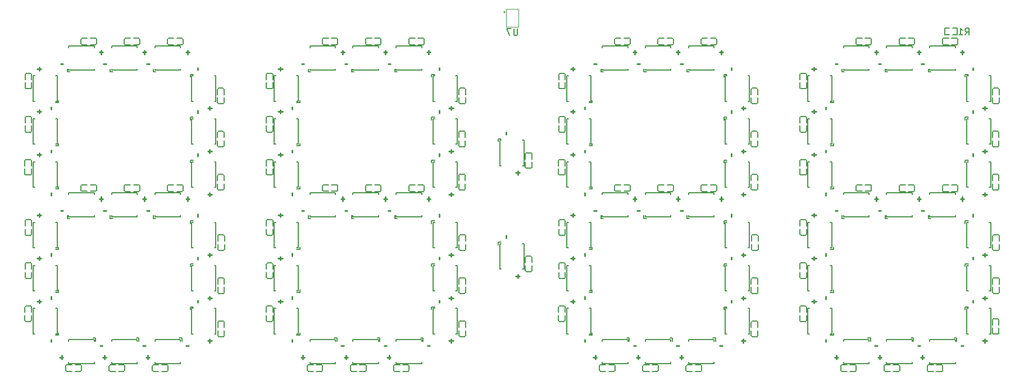
<source format=gbo>
G04 #@! TF.GenerationSoftware,KiCad,Pcbnew,7.0.9*
G04 #@! TF.CreationDate,2024-10-07T22:48:35-04:00*
G04 #@! TF.ProjectId,Digital Clock,44696769-7461-46c2-9043-6c6f636b2e6b,rev?*
G04 #@! TF.SameCoordinates,Original*
G04 #@! TF.FileFunction,Legend,Bot*
G04 #@! TF.FilePolarity,Positive*
%FSLAX46Y46*%
G04 Gerber Fmt 4.6, Leading zero omitted, Abs format (unit mm)*
G04 Created by KiCad (PCBNEW 7.0.9) date 2024-10-07 22:48:35*
%MOMM*%
%LPD*%
G01*
G04 APERTURE LIST*
%ADD10C,0.150000*%
%ADD11C,0.250000*%
%ADD12C,0.200000*%
%ADD13C,0.100000*%
%ADD14O,1.500000X4.100000*%
%ADD15O,1.500000X3.600000*%
%ADD16O,3.600000X1.500000*%
%ADD17O,1.100000X2.000000*%
%ADD18O,1.200000X1.800000*%
%ADD19C,4.100000*%
%ADD20C,7.400000*%
%ADD21R,1.000000X1.649600*%
%ADD22R,0.540000X0.790000*%
%ADD23R,1.649600X1.000000*%
%ADD24R,0.790000X0.540000*%
%ADD25R,0.570000X0.540000*%
%ADD26R,0.250000X0.550000*%
%ADD27R,1.350000X0.650000*%
G04 APERTURE END LIST*
D10*
X214012866Y-77434819D02*
X214346199Y-76958628D01*
X214584294Y-77434819D02*
X214584294Y-76434819D01*
X214584294Y-76434819D02*
X214203342Y-76434819D01*
X214203342Y-76434819D02*
X214108104Y-76482438D01*
X214108104Y-76482438D02*
X214060485Y-76530057D01*
X214060485Y-76530057D02*
X214012866Y-76625295D01*
X214012866Y-76625295D02*
X214012866Y-76768152D01*
X214012866Y-76768152D02*
X214060485Y-76863390D01*
X214060485Y-76863390D02*
X214108104Y-76911009D01*
X214108104Y-76911009D02*
X214203342Y-76958628D01*
X214203342Y-76958628D02*
X214584294Y-76958628D01*
X213060485Y-77434819D02*
X213631913Y-77434819D01*
X213346199Y-77434819D02*
X213346199Y-76434819D01*
X213346199Y-76434819D02*
X213441437Y-76577676D01*
X213441437Y-76577676D02*
X213536675Y-76672914D01*
X213536675Y-76672914D02*
X213631913Y-76720533D01*
X146557904Y-76518419D02*
X146557904Y-77327942D01*
X146557904Y-77327942D02*
X146510285Y-77423180D01*
X146510285Y-77423180D02*
X146462666Y-77470800D01*
X146462666Y-77470800D02*
X146367428Y-77518419D01*
X146367428Y-77518419D02*
X146176952Y-77518419D01*
X146176952Y-77518419D02*
X146081714Y-77470800D01*
X146081714Y-77470800D02*
X146034095Y-77423180D01*
X146034095Y-77423180D02*
X145986476Y-77327942D01*
X145986476Y-77327942D02*
X145986476Y-76518419D01*
X145605523Y-76518419D02*
X144938857Y-76518419D01*
X144938857Y-76518419D02*
X145367428Y-77518419D01*
D11*
X74447200Y-104434400D02*
X74447200Y-104944400D01*
X74127200Y-104694400D02*
X74767200Y-104694400D01*
D10*
X77156200Y-105765600D02*
X77156200Y-105765600D01*
X77156200Y-105765600D02*
X77156200Y-109605600D01*
X76916200Y-105765600D02*
X77156200Y-105765600D01*
X73756200Y-105765600D02*
X73516200Y-105765600D01*
X73516200Y-105765600D02*
X73516200Y-105765600D01*
X73516200Y-105765600D02*
X73516200Y-109605600D01*
X77156200Y-109605600D02*
X77156200Y-109605600D01*
X77156200Y-109605600D02*
X76916200Y-109605600D01*
X73516200Y-109605600D02*
X73756200Y-109605600D01*
X73516200Y-109605600D02*
X73516200Y-109605600D01*
X77376200Y-109825600D02*
X77376200Y-109465600D01*
X77376200Y-109825600D02*
X77376200Y-109825600D01*
X76916200Y-109825600D02*
X77376200Y-109825600D01*
D11*
X76225200Y-110467400D02*
X76225200Y-110847400D01*
X180595200Y-110936800D02*
X180595200Y-110426800D01*
X180915200Y-110676800D02*
X180275200Y-110676800D01*
D10*
X177886200Y-109605600D02*
X177886200Y-109605600D01*
X177886200Y-109605600D02*
X177886200Y-105765600D01*
X178126200Y-109605600D02*
X177886200Y-109605600D01*
X181286200Y-109605600D02*
X181526200Y-109605600D01*
X181526200Y-109605600D02*
X181526200Y-109605600D01*
X181526200Y-109605600D02*
X181526200Y-105765600D01*
X177886200Y-105765600D02*
X177886200Y-105765600D01*
X177886200Y-105765600D02*
X178126200Y-105765600D01*
X181526200Y-105765600D02*
X181286200Y-105765600D01*
X181526200Y-105765600D02*
X181526200Y-105765600D01*
X177666200Y-105545600D02*
X177666200Y-105905600D01*
X177666200Y-105545600D02*
X177666200Y-105545600D01*
X178126200Y-105545600D02*
X177666200Y-105545600D01*
D11*
X178817200Y-104903800D02*
X178817200Y-104523800D01*
D10*
X138590200Y-107643600D02*
X137890200Y-107643600D01*
X137740200Y-107793600D02*
X137740200Y-108583600D01*
X138740200Y-108583600D02*
X138740200Y-107793600D01*
X138740200Y-109043600D02*
X138740200Y-109833600D01*
X137740200Y-109833600D02*
X137740200Y-109043600D01*
X138590200Y-109983600D02*
X137890200Y-109983600D01*
X138740200Y-107793600D02*
G75*
G03*
X138590200Y-107643600I-150000J0D01*
G01*
X137890200Y-107643600D02*
G75*
G03*
X137740200Y-107793600I0J-150000D01*
G01*
X138590200Y-109983600D02*
G75*
G03*
X138740200Y-109833600I0J150000D01*
G01*
X137740200Y-109833600D02*
G75*
G03*
X137890200Y-109983600I150000J0D01*
G01*
D11*
X191237600Y-88784600D02*
X191237600Y-89294600D01*
X190917600Y-89044600D02*
X191557600Y-89044600D01*
D10*
X193946600Y-90115800D02*
X193946600Y-90115800D01*
X193946600Y-90115800D02*
X193946600Y-93955800D01*
X193706600Y-90115800D02*
X193946600Y-90115800D01*
X190546600Y-90115800D02*
X190306600Y-90115800D01*
X190306600Y-90115800D02*
X190306600Y-90115800D01*
X190306600Y-90115800D02*
X190306600Y-93955800D01*
X193946600Y-93955800D02*
X193946600Y-93955800D01*
X193946600Y-93955800D02*
X193706600Y-93955800D01*
X190306600Y-93955800D02*
X190546600Y-93955800D01*
X190306600Y-93955800D02*
X190306600Y-93955800D01*
X194166600Y-94175800D02*
X194166600Y-93815800D01*
X194166600Y-94175800D02*
X194166600Y-94175800D01*
X193706600Y-94175800D02*
X194166600Y-94175800D01*
D11*
X193015600Y-94817600D02*
X193015600Y-95197600D01*
X164489600Y-126151200D02*
X164999600Y-126151200D01*
X164749600Y-126471200D02*
X164749600Y-125831200D01*
D10*
X165820800Y-123442200D02*
X165820800Y-123442200D01*
X165820800Y-123442200D02*
X169660800Y-123442200D01*
X165820800Y-123682200D02*
X165820800Y-123442200D01*
X165820800Y-126842200D02*
X165820800Y-127082200D01*
X165820800Y-127082200D02*
X165820800Y-127082200D01*
X165820800Y-127082200D02*
X169660800Y-127082200D01*
X169660800Y-123442200D02*
X169660800Y-123442200D01*
X169660800Y-123442200D02*
X169660800Y-123682200D01*
X169660800Y-127082200D02*
X169660800Y-126842200D01*
X169660800Y-127082200D02*
X169660800Y-127082200D01*
X169880800Y-123222200D02*
X169520800Y-123222200D01*
X169880800Y-123222200D02*
X169880800Y-123222200D01*
X169880800Y-123682200D02*
X169880800Y-123222200D01*
D11*
X170522600Y-124373200D02*
X170902600Y-124373200D01*
D10*
X210645000Y-128137400D02*
X210645000Y-127437400D01*
X210495000Y-127287400D02*
X209705000Y-127287400D01*
X209705000Y-128287400D02*
X210495000Y-128287400D01*
X209245000Y-128287400D02*
X208455000Y-128287400D01*
X208455000Y-127287400D02*
X209245000Y-127287400D01*
X208305000Y-128137400D02*
X208305000Y-127437400D01*
X210495000Y-128287400D02*
G75*
G03*
X210645000Y-128137400I0J150000D01*
G01*
X210645000Y-127437400D02*
G75*
G03*
X210495000Y-127287400I-150000J0D01*
G01*
X208305000Y-128137400D02*
G75*
G03*
X208455000Y-128287400I150000J0D01*
G01*
X208455000Y-127287400D02*
G75*
G03*
X208305000Y-127437400I0J-150000D01*
G01*
D11*
X90559600Y-126151200D02*
X91069600Y-126151200D01*
X90819600Y-126471200D02*
X90819600Y-125831200D01*
D10*
X91890800Y-123442200D02*
X91890800Y-123442200D01*
X91890800Y-123442200D02*
X95730800Y-123442200D01*
X91890800Y-123682200D02*
X91890800Y-123442200D01*
X91890800Y-126842200D02*
X91890800Y-127082200D01*
X91890800Y-127082200D02*
X91890800Y-127082200D01*
X91890800Y-127082200D02*
X95730800Y-127082200D01*
X95730800Y-123442200D02*
X95730800Y-123442200D01*
X95730800Y-123442200D02*
X95730800Y-123682200D01*
X95730800Y-127082200D02*
X95730800Y-126842200D01*
X95730800Y-127082200D02*
X95730800Y-127082200D01*
X95950800Y-123222200D02*
X95590800Y-123222200D01*
X95950800Y-123222200D02*
X95950800Y-123222200D01*
X95950800Y-123682200D02*
X95950800Y-123222200D01*
D11*
X96592600Y-124373200D02*
X96972600Y-124373200D01*
D12*
X144676800Y-73964800D02*
G75*
G03*
X144676800Y-73964800I-100000J0D01*
G01*
D10*
X212816200Y-77400000D02*
X212816200Y-76400000D01*
X212816200Y-76400000D02*
X212106200Y-76400000D01*
X212106200Y-77400000D02*
X212816200Y-77400000D01*
X211646200Y-77400000D02*
X210936200Y-77400000D01*
X210936200Y-77400000D02*
X210936200Y-76400000D01*
X210936200Y-76400000D02*
X211646200Y-76400000D01*
X218960200Y-98525000D02*
X218260200Y-98525000D01*
X218110200Y-98675000D02*
X218110200Y-99465000D01*
X219110200Y-99465000D02*
X219110200Y-98675000D01*
X219110200Y-99925000D02*
X219110200Y-100715000D01*
X218110200Y-100715000D02*
X218110200Y-99925000D01*
X218960200Y-100865000D02*
X218260200Y-100865000D01*
X219110200Y-98675000D02*
G75*
G03*
X218960200Y-98525000I-150000J0D01*
G01*
X218260200Y-98525000D02*
G75*
G03*
X218110200Y-98675000I0J-150000D01*
G01*
X218960200Y-100865000D02*
G75*
G03*
X219110200Y-100715000I0J150000D01*
G01*
X218110200Y-100715000D02*
G75*
G03*
X218260200Y-100865000I150000J0D01*
G01*
X87272800Y-78085200D02*
X87272800Y-78785200D01*
X87422800Y-78935200D02*
X88212800Y-78935200D01*
X88212800Y-77935200D02*
X87422800Y-77935200D01*
X88672800Y-77935200D02*
X89462800Y-77935200D01*
X89462800Y-78935200D02*
X88672800Y-78935200D01*
X89612800Y-78085200D02*
X89612800Y-78785200D01*
X87422800Y-77935200D02*
G75*
G03*
X87272800Y-78085200I0J-150000D01*
G01*
X87272800Y-78785200D02*
G75*
G03*
X87422800Y-78935200I150000J0D01*
G01*
X89612800Y-78085200D02*
G75*
G03*
X89462800Y-77935200I-150000J0D01*
G01*
X89462800Y-78935200D02*
G75*
G03*
X89612800Y-78785200I0J150000D01*
G01*
X108832600Y-85574200D02*
X109532600Y-85574200D01*
X109682600Y-85424200D02*
X109682600Y-84634200D01*
X108682600Y-84634200D02*
X108682600Y-85424200D01*
X108682600Y-84174200D02*
X108682600Y-83384200D01*
X109682600Y-83384200D02*
X109682600Y-84174200D01*
X108832600Y-83234200D02*
X109532600Y-83234200D01*
X108682600Y-85424200D02*
G75*
G03*
X108832600Y-85574200I150000J0D01*
G01*
X109532600Y-85574200D02*
G75*
G03*
X109682600Y-85424200I0J150000D01*
G01*
X108832600Y-83234200D02*
G75*
G03*
X108682600Y-83384200I0J-150000D01*
G01*
X109682600Y-83384200D02*
G75*
G03*
X109532600Y-83234200I-150000J0D01*
G01*
X80824400Y-128112000D02*
X80824400Y-127412000D01*
X80674400Y-127262000D02*
X79884400Y-127262000D01*
X79884400Y-128262000D02*
X80674400Y-128262000D01*
X79424400Y-128262000D02*
X78634400Y-128262000D01*
X78634400Y-127262000D02*
X79424400Y-127262000D01*
X78484400Y-128112000D02*
X78484400Y-127412000D01*
X80674400Y-128262000D02*
G75*
G03*
X80824400Y-128112000I0J150000D01*
G01*
X80824400Y-127412000D02*
G75*
G03*
X80674400Y-127262000I-150000J0D01*
G01*
X78484400Y-128112000D02*
G75*
G03*
X78634400Y-128262000I150000J0D01*
G01*
X78634400Y-127262000D02*
G75*
G03*
X78484400Y-127412000I0J-150000D01*
G01*
X148576200Y-110880000D02*
X147876200Y-110880000D01*
X147726200Y-111030000D02*
X147726200Y-111820000D01*
X148726200Y-111820000D02*
X148726200Y-111030000D01*
X148726200Y-112280000D02*
X148726200Y-113070000D01*
X147726200Y-113070000D02*
X147726200Y-112280000D01*
X148576200Y-113220000D02*
X147876200Y-113220000D01*
X148726200Y-111030000D02*
G75*
G03*
X148576200Y-110880000I-150000J0D01*
G01*
X147876200Y-110880000D02*
G75*
G03*
X147726200Y-111030000I0J-150000D01*
G01*
X148576200Y-113220000D02*
G75*
G03*
X148726200Y-113070000I0J150000D01*
G01*
X147726200Y-113070000D02*
G75*
G03*
X147876200Y-113220000I150000J0D01*
G01*
X174284600Y-128137400D02*
X174284600Y-127437400D01*
X174134600Y-127287400D02*
X173344600Y-127287400D01*
X173344600Y-128287400D02*
X174134600Y-128287400D01*
X172884600Y-128287400D02*
X172094600Y-128287400D01*
X172094600Y-127287400D02*
X172884600Y-127287400D01*
X171944600Y-128137400D02*
X171944600Y-127437400D01*
X174134600Y-128287400D02*
G75*
G03*
X174284600Y-128137400I0J150000D01*
G01*
X174284600Y-127437400D02*
G75*
G03*
X174134600Y-127287400I-150000J0D01*
G01*
X171944600Y-128137400D02*
G75*
G03*
X172094600Y-128287400I150000J0D01*
G01*
X172094600Y-127287400D02*
G75*
G03*
X171944600Y-127437400I0J-150000D01*
G01*
X138530600Y-91997200D02*
X137830600Y-91997200D01*
X137680600Y-92147200D02*
X137680600Y-92937200D01*
X138680600Y-92937200D02*
X138680600Y-92147200D01*
X138680600Y-93397200D02*
X138680600Y-94187200D01*
X137680600Y-94187200D02*
X137680600Y-93397200D01*
X138530600Y-94337200D02*
X137830600Y-94337200D01*
X138680600Y-92147200D02*
G75*
G03*
X138530600Y-91997200I-150000J0D01*
G01*
X137830600Y-91997200D02*
G75*
G03*
X137680600Y-92147200I0J-150000D01*
G01*
X138530600Y-94337200D02*
G75*
G03*
X138680600Y-94187200I0J150000D01*
G01*
X137680600Y-94187200D02*
G75*
G03*
X137830600Y-94337200I150000J0D01*
G01*
D11*
X191237600Y-117434400D02*
X191237600Y-117944400D01*
X190917600Y-117694400D02*
X191557600Y-117694400D01*
D10*
X193946600Y-118765600D02*
X193946600Y-118765600D01*
X193946600Y-118765600D02*
X193946600Y-122605600D01*
X193706600Y-118765600D02*
X193946600Y-118765600D01*
X190546600Y-118765600D02*
X190306600Y-118765600D01*
X190306600Y-118765600D02*
X190306600Y-118765600D01*
X190306600Y-118765600D02*
X190306600Y-122605600D01*
X193946600Y-122605600D02*
X193946600Y-122605600D01*
X193946600Y-122605600D02*
X193706600Y-122605600D01*
X190306600Y-122605600D02*
X190546600Y-122605600D01*
X190306600Y-122605600D02*
X190306600Y-122605600D01*
X194166600Y-122825600D02*
X194166600Y-122465600D01*
X194166600Y-122825600D02*
X194166600Y-122825600D01*
X193706600Y-122825600D02*
X194166600Y-122825600D01*
D11*
X193015600Y-123467400D02*
X193015600Y-123847400D01*
X100165200Y-95287000D02*
X100165200Y-94777000D01*
X100485200Y-95027000D02*
X99845200Y-95027000D01*
D10*
X97456200Y-93955800D02*
X97456200Y-93955800D01*
X97456200Y-93955800D02*
X97456200Y-90115800D01*
X97696200Y-93955800D02*
X97456200Y-93955800D01*
X100856200Y-93955800D02*
X101096200Y-93955800D01*
X101096200Y-93955800D02*
X101096200Y-93955800D01*
X101096200Y-93955800D02*
X101096200Y-90115800D01*
X97456200Y-90115800D02*
X97456200Y-90115800D01*
X97456200Y-90115800D02*
X97696200Y-90115800D01*
X101096200Y-90115800D02*
X100856200Y-90115800D01*
X101096200Y-90115800D02*
X101096200Y-90115800D01*
X97236200Y-89895800D02*
X97236200Y-90255800D01*
X97236200Y-89895800D02*
X97236200Y-89895800D01*
X97696200Y-89895800D02*
X97236200Y-89895800D01*
D11*
X98387200Y-89254000D02*
X98387200Y-88874000D01*
D10*
X167702800Y-100242800D02*
X167702800Y-100942800D01*
X167852800Y-101092800D02*
X168642800Y-101092800D01*
X168642800Y-100092800D02*
X167852800Y-100092800D01*
X169102800Y-100092800D02*
X169892800Y-100092800D01*
X169892800Y-101092800D02*
X169102800Y-101092800D01*
X170042800Y-100242800D02*
X170042800Y-100942800D01*
X167852800Y-100092800D02*
G75*
G03*
X167702800Y-100242800I0J-150000D01*
G01*
X167702800Y-100942800D02*
G75*
G03*
X167852800Y-101092800I150000J0D01*
G01*
X170042800Y-100242800D02*
G75*
G03*
X169892800Y-100092800I-150000J0D01*
G01*
X169892800Y-101092800D02*
G75*
G03*
X170042800Y-100942800I0J150000D01*
G01*
X182599800Y-91997200D02*
X181899800Y-91997200D01*
X181749800Y-92147200D02*
X181749800Y-92937200D01*
X182749800Y-92937200D02*
X182749800Y-92147200D01*
X182749800Y-93397200D02*
X182749800Y-94187200D01*
X181749800Y-94187200D02*
X181749800Y-93397200D01*
X182599800Y-94337200D02*
X181899800Y-94337200D01*
X182749800Y-92147200D02*
G75*
G03*
X182599800Y-91997200I-150000J0D01*
G01*
X181899800Y-91997200D02*
G75*
G03*
X181749800Y-92147200I0J-150000D01*
G01*
X182599800Y-94337200D02*
G75*
G03*
X182749800Y-94187200I0J150000D01*
G01*
X181749800Y-94187200D02*
G75*
G03*
X181899800Y-94337200I150000J0D01*
G01*
D11*
X120420400Y-126151200D02*
X120930400Y-126151200D01*
X120680400Y-126471200D02*
X120680400Y-125831200D01*
D10*
X121751600Y-123442200D02*
X121751600Y-123442200D01*
X121751600Y-123442200D02*
X125591600Y-123442200D01*
X121751600Y-123682200D02*
X121751600Y-123442200D01*
X121751600Y-126842200D02*
X121751600Y-127082200D01*
X121751600Y-127082200D02*
X121751600Y-127082200D01*
X121751600Y-127082200D02*
X125591600Y-127082200D01*
X125591600Y-123442200D02*
X125591600Y-123442200D01*
X125591600Y-123442200D02*
X125591600Y-123682200D01*
X125591600Y-127082200D02*
X125591600Y-126842200D01*
X125591600Y-127082200D02*
X125591600Y-127082200D01*
X125811600Y-123222200D02*
X125451600Y-123222200D01*
X125811600Y-123222200D02*
X125811600Y-123222200D01*
X125811600Y-123682200D02*
X125811600Y-123222200D01*
D11*
X126453400Y-124373200D02*
X126833400Y-124373200D01*
X154877200Y-88784600D02*
X154877200Y-89294600D01*
X154557200Y-89044600D02*
X155197200Y-89044600D01*
D10*
X157586200Y-90115800D02*
X157586200Y-90115800D01*
X157586200Y-90115800D02*
X157586200Y-93955800D01*
X157346200Y-90115800D02*
X157586200Y-90115800D01*
X154186200Y-90115800D02*
X153946200Y-90115800D01*
X153946200Y-90115800D02*
X153946200Y-90115800D01*
X153946200Y-90115800D02*
X153946200Y-93955800D01*
X157586200Y-93955800D02*
X157586200Y-93955800D01*
X157586200Y-93955800D02*
X157346200Y-93955800D01*
X153946200Y-93955800D02*
X154186200Y-93955800D01*
X153946200Y-93955800D02*
X153946200Y-93955800D01*
X157806200Y-94175800D02*
X157806200Y-93815800D01*
X157806200Y-94175800D02*
X157806200Y-94175800D01*
X157346200Y-94175800D02*
X157806200Y-94175800D01*
D11*
X156655200Y-94817600D02*
X156655200Y-95197600D01*
D10*
X102204000Y-114146000D02*
X101504000Y-114146000D01*
X101354000Y-114296000D02*
X101354000Y-115086000D01*
X102354000Y-115086000D02*
X102354000Y-114296000D01*
X102354000Y-115546000D02*
X102354000Y-116336000D01*
X101354000Y-116336000D02*
X101354000Y-115546000D01*
X102204000Y-116486000D02*
X101504000Y-116486000D01*
X102354000Y-114296000D02*
G75*
G03*
X102204000Y-114146000I-150000J0D01*
G01*
X101504000Y-114146000D02*
G75*
G03*
X101354000Y-114296000I0J-150000D01*
G01*
X102204000Y-116486000D02*
G75*
G03*
X102354000Y-116336000I0J150000D01*
G01*
X101354000Y-116336000D02*
G75*
G03*
X101504000Y-116486000I150000J0D01*
G01*
D11*
X110808000Y-110934400D02*
X110808000Y-111444400D01*
X110488000Y-111194400D02*
X111128000Y-111194400D01*
D10*
X113517000Y-112265600D02*
X113517000Y-112265600D01*
X113517000Y-112265600D02*
X113517000Y-116105600D01*
X113277000Y-112265600D02*
X113517000Y-112265600D01*
X110117000Y-112265600D02*
X109877000Y-112265600D01*
X109877000Y-112265600D02*
X109877000Y-112265600D01*
X109877000Y-112265600D02*
X109877000Y-116105600D01*
X113517000Y-116105600D02*
X113517000Y-116105600D01*
X113517000Y-116105600D02*
X113277000Y-116105600D01*
X109877000Y-116105600D02*
X110117000Y-116105600D01*
X109877000Y-116105600D02*
X109877000Y-116105600D01*
X113737000Y-116325600D02*
X113737000Y-115965600D01*
X113737000Y-116325600D02*
X113737000Y-116325600D01*
X113277000Y-116325600D02*
X113737000Y-116325600D01*
D11*
X112586000Y-116967400D02*
X112586000Y-117347400D01*
D10*
X123633600Y-78085200D02*
X123633600Y-78785200D01*
X123783600Y-78935200D02*
X124573600Y-78935200D01*
X124573600Y-77935200D02*
X123783600Y-77935200D01*
X125033600Y-77935200D02*
X125823600Y-77935200D01*
X125823600Y-78935200D02*
X125033600Y-78935200D01*
X125973600Y-78085200D02*
X125973600Y-78785200D01*
X123783600Y-77935200D02*
G75*
G03*
X123633600Y-78085200I0J-150000D01*
G01*
X123633600Y-78785200D02*
G75*
G03*
X123783600Y-78935200I150000J0D01*
G01*
X125973600Y-78085200D02*
G75*
G03*
X125823600Y-77935200I-150000J0D01*
G01*
X125823600Y-78935200D02*
G75*
G03*
X125973600Y-78785200I0J150000D01*
G01*
D11*
X110808000Y-117434400D02*
X110808000Y-117944400D01*
X110488000Y-117694400D02*
X111128000Y-117694400D01*
D10*
X113517000Y-118765600D02*
X113517000Y-118765600D01*
X113517000Y-118765600D02*
X113517000Y-122605600D01*
X113277000Y-118765600D02*
X113517000Y-118765600D01*
X110117000Y-118765600D02*
X109877000Y-118765600D01*
X109877000Y-118765600D02*
X109877000Y-118765600D01*
X109877000Y-118765600D02*
X109877000Y-122605600D01*
X113517000Y-122605600D02*
X113517000Y-122605600D01*
X113517000Y-122605600D02*
X113277000Y-122605600D01*
X109877000Y-122605600D02*
X110117000Y-122605600D01*
X109877000Y-122605600D02*
X109877000Y-122605600D01*
X113737000Y-122825600D02*
X113737000Y-122465600D01*
X113737000Y-122825600D02*
X113737000Y-122825600D01*
X113277000Y-122825600D02*
X113737000Y-122825600D01*
D11*
X112586000Y-123467400D02*
X112586000Y-123847400D01*
X97062000Y-102223400D02*
X96552000Y-102223400D01*
X96802000Y-101903400D02*
X96802000Y-102543400D01*
D10*
X95730800Y-104932400D02*
X95730800Y-104932400D01*
X95730800Y-104932400D02*
X91890800Y-104932400D01*
X95730800Y-104692400D02*
X95730800Y-104932400D01*
X95730800Y-101532400D02*
X95730800Y-101292400D01*
X95730800Y-101292400D02*
X95730800Y-101292400D01*
X95730800Y-101292400D02*
X91890800Y-101292400D01*
X91890800Y-104932400D02*
X91890800Y-104932400D01*
X91890800Y-104932400D02*
X91890800Y-104692400D01*
X91890800Y-101292400D02*
X91890800Y-101532400D01*
X91890800Y-101292400D02*
X91890800Y-101292400D01*
X91670800Y-105152400D02*
X92030800Y-105152400D01*
X91670800Y-105152400D02*
X91670800Y-105152400D01*
X91670800Y-104692400D02*
X91670800Y-105152400D01*
D11*
X91029000Y-104001400D02*
X90649000Y-104001400D01*
D10*
X117131200Y-100217400D02*
X117131200Y-100917400D01*
X117281200Y-101067400D02*
X118071200Y-101067400D01*
X118071200Y-100067400D02*
X117281200Y-100067400D01*
X118531200Y-100067400D02*
X119321200Y-100067400D01*
X119321200Y-101067400D02*
X118531200Y-101067400D01*
X119471200Y-100217400D02*
X119471200Y-100917400D01*
X117281200Y-100067400D02*
G75*
G03*
X117131200Y-100217400I0J-150000D01*
G01*
X117131200Y-100917400D02*
G75*
G03*
X117281200Y-101067400I150000J0D01*
G01*
X119471200Y-100217400D02*
G75*
G03*
X119321200Y-100067400I-150000J0D01*
G01*
X119321200Y-101067400D02*
G75*
G03*
X119471200Y-100917400I0J150000D01*
G01*
D13*
X144870600Y-73549000D02*
X144980600Y-73549000D01*
X144870600Y-76199000D02*
X144870600Y-73549000D01*
X144920600Y-73549000D02*
X146670600Y-73549000D01*
X146670600Y-73549000D02*
X146670600Y-76199000D01*
X146670600Y-76199000D02*
X144870600Y-76199000D01*
D10*
X161254400Y-128112000D02*
X161254400Y-127412000D01*
X161104400Y-127262000D02*
X160314400Y-127262000D01*
X160314400Y-128262000D02*
X161104400Y-128262000D01*
X159854400Y-128262000D02*
X159064400Y-128262000D01*
X159064400Y-127262000D02*
X159854400Y-127262000D01*
X158914400Y-128112000D02*
X158914400Y-127412000D01*
X161104400Y-128262000D02*
G75*
G03*
X161254400Y-128112000I0J150000D01*
G01*
X161254400Y-127412000D02*
G75*
G03*
X161104400Y-127262000I-150000J0D01*
G01*
X158914400Y-128112000D02*
G75*
G03*
X159064400Y-128262000I150000J0D01*
G01*
X159064400Y-127262000D02*
G75*
G03*
X158914400Y-127412000I0J-150000D01*
G01*
X204142600Y-128112000D02*
X204142600Y-127412000D01*
X203992600Y-127262000D02*
X203202600Y-127262000D01*
X203202600Y-128262000D02*
X203992600Y-128262000D01*
X202742600Y-128262000D02*
X201952600Y-128262000D01*
X201952600Y-127262000D02*
X202742600Y-127262000D01*
X201802600Y-128112000D02*
X201802600Y-127412000D01*
X203992600Y-128262000D02*
G75*
G03*
X204142600Y-128112000I0J150000D01*
G01*
X204142600Y-127412000D02*
G75*
G03*
X203992600Y-127262000I-150000J0D01*
G01*
X201802600Y-128112000D02*
G75*
G03*
X201952600Y-128262000I150000J0D01*
G01*
X201952600Y-127262000D02*
G75*
G03*
X201802600Y-127412000I0J-150000D01*
G01*
D11*
X213852400Y-102223400D02*
X213342400Y-102223400D01*
X213592400Y-101903400D02*
X213592400Y-102543400D01*
D10*
X212521200Y-104932400D02*
X212521200Y-104932400D01*
X212521200Y-104932400D02*
X208681200Y-104932400D01*
X212521200Y-104692400D02*
X212521200Y-104932400D01*
X212521200Y-101532400D02*
X212521200Y-101292400D01*
X212521200Y-101292400D02*
X212521200Y-101292400D01*
X212521200Y-101292400D02*
X208681200Y-101292400D01*
X208681200Y-104932400D02*
X208681200Y-104932400D01*
X208681200Y-104932400D02*
X208681200Y-104692400D01*
X208681200Y-101292400D02*
X208681200Y-101532400D01*
X208681200Y-101292400D02*
X208681200Y-101292400D01*
X208461200Y-105152400D02*
X208821200Y-105152400D01*
X208461200Y-105152400D02*
X208461200Y-105152400D01*
X208461200Y-104692400D02*
X208461200Y-105152400D01*
D11*
X207819400Y-104001400D02*
X207439400Y-104001400D01*
X207352400Y-80073600D02*
X206842400Y-80073600D01*
X207092400Y-79753600D02*
X207092400Y-80393600D01*
D10*
X206021200Y-82782600D02*
X206021200Y-82782600D01*
X206021200Y-82782600D02*
X202181200Y-82782600D01*
X206021200Y-82542600D02*
X206021200Y-82782600D01*
X206021200Y-79382600D02*
X206021200Y-79142600D01*
X206021200Y-79142600D02*
X206021200Y-79142600D01*
X206021200Y-79142600D02*
X202181200Y-79142600D01*
X202181200Y-82782600D02*
X202181200Y-82782600D01*
X202181200Y-82782600D02*
X202181200Y-82542600D01*
X202181200Y-79142600D02*
X202181200Y-79382600D01*
X202181200Y-79142600D02*
X202181200Y-79142600D01*
X201961200Y-83002600D02*
X202321200Y-83002600D01*
X201961200Y-83002600D02*
X201961200Y-83002600D01*
X201961200Y-82542600D02*
X201961200Y-83002600D01*
D11*
X201319400Y-81851600D02*
X200939400Y-81851600D01*
D10*
X93854600Y-128137400D02*
X93854600Y-127437400D01*
X93704600Y-127287400D02*
X92914600Y-127287400D01*
X92914600Y-128287400D02*
X93704600Y-128287400D01*
X92454600Y-128287400D02*
X91664600Y-128287400D01*
X91664600Y-127287400D02*
X92454600Y-127287400D01*
X91514600Y-128137400D02*
X91514600Y-127437400D01*
X93704600Y-128287400D02*
G75*
G03*
X93854600Y-128137400I0J150000D01*
G01*
X93854600Y-127437400D02*
G75*
G03*
X93704600Y-127287400I-150000J0D01*
G01*
X91514600Y-128137400D02*
G75*
G03*
X91664600Y-128287400I150000J0D01*
G01*
X91664600Y-127287400D02*
G75*
G03*
X91514600Y-127437400I0J-150000D01*
G01*
X189236800Y-98604400D02*
X189936800Y-98604400D01*
X190086800Y-98454400D02*
X190086800Y-97664400D01*
X189086800Y-97664400D02*
X189086800Y-98454400D01*
X189086800Y-97204400D02*
X189086800Y-96414400D01*
X190086800Y-96414400D02*
X190086800Y-97204400D01*
X189236800Y-96264400D02*
X189936800Y-96264400D01*
X189086800Y-98454400D02*
G75*
G03*
X189236800Y-98604400I150000J0D01*
G01*
X189936800Y-98604400D02*
G75*
G03*
X190086800Y-98454400I0J150000D01*
G01*
X189236800Y-96264400D02*
G75*
G03*
X189086800Y-96414400I0J-150000D01*
G01*
X190086800Y-96414400D02*
G75*
G03*
X189936800Y-96264400I-150000J0D01*
G01*
X108832600Y-114225400D02*
X109532600Y-114225400D01*
X109682600Y-114075400D02*
X109682600Y-113285400D01*
X108682600Y-113285400D02*
X108682600Y-114075400D01*
X108682600Y-112825400D02*
X108682600Y-112035400D01*
X109682600Y-112035400D02*
X109682600Y-112825400D01*
X108832600Y-111885400D02*
X109532600Y-111885400D01*
X108682600Y-114075400D02*
G75*
G03*
X108832600Y-114225400I150000J0D01*
G01*
X109532600Y-114225400D02*
G75*
G03*
X109682600Y-114075400I0J150000D01*
G01*
X108832600Y-111885400D02*
G75*
G03*
X108682600Y-112035400I0J-150000D01*
G01*
X109682600Y-112035400D02*
G75*
G03*
X109532600Y-111885400I-150000J0D01*
G01*
D11*
X180595200Y-95287000D02*
X180595200Y-94777000D01*
X180915200Y-95027000D02*
X180275200Y-95027000D01*
D10*
X177886200Y-93955800D02*
X177886200Y-93955800D01*
X177886200Y-93955800D02*
X177886200Y-90115800D01*
X178126200Y-93955800D02*
X177886200Y-93955800D01*
X181286200Y-93955800D02*
X181526200Y-93955800D01*
X181526200Y-93955800D02*
X181526200Y-93955800D01*
X181526200Y-93955800D02*
X181526200Y-90115800D01*
X177886200Y-90115800D02*
X177886200Y-90115800D01*
X177886200Y-90115800D02*
X178126200Y-90115800D01*
X181526200Y-90115800D02*
X181286200Y-90115800D01*
X181526200Y-90115800D02*
X181526200Y-90115800D01*
X177666200Y-89895800D02*
X177666200Y-90255800D01*
X177666200Y-89895800D02*
X177666200Y-89895800D01*
X178126200Y-89895800D02*
X177666200Y-89895800D01*
D11*
X178817200Y-89254000D02*
X178817200Y-88874000D01*
D10*
X189262200Y-114225400D02*
X189962200Y-114225400D01*
X190112200Y-114075400D02*
X190112200Y-113285400D01*
X189112200Y-113285400D02*
X189112200Y-114075400D01*
X189112200Y-112825400D02*
X189112200Y-112035400D01*
X190112200Y-112035400D02*
X190112200Y-112825400D01*
X189262200Y-111885400D02*
X189962200Y-111885400D01*
X189112200Y-114075400D02*
G75*
G03*
X189262200Y-114225400I150000J0D01*
G01*
X189962200Y-114225400D02*
G75*
G03*
X190112200Y-114075400I0J150000D01*
G01*
X189262200Y-111885400D02*
G75*
G03*
X189112200Y-112035400I0J-150000D01*
G01*
X190112200Y-112035400D02*
G75*
G03*
X189962200Y-111885400I-150000J0D01*
G01*
D11*
X207352400Y-102223400D02*
X206842400Y-102223400D01*
X207092400Y-101903400D02*
X207092400Y-102543400D01*
D10*
X206021200Y-104932400D02*
X206021200Y-104932400D01*
X206021200Y-104932400D02*
X202181200Y-104932400D01*
X206021200Y-104692400D02*
X206021200Y-104932400D01*
X206021200Y-101532400D02*
X206021200Y-101292400D01*
X206021200Y-101292400D02*
X206021200Y-101292400D01*
X206021200Y-101292400D02*
X202181200Y-101292400D01*
X202181200Y-104932400D02*
X202181200Y-104932400D01*
X202181200Y-104932400D02*
X202181200Y-104692400D01*
X202181200Y-101292400D02*
X202181200Y-101532400D01*
X202181200Y-101292400D02*
X202181200Y-101292400D01*
X201961200Y-105152400D02*
X202321200Y-105152400D01*
X201961200Y-105152400D02*
X201961200Y-105152400D01*
X201961200Y-104692400D02*
X201961200Y-105152400D01*
D11*
X201319400Y-104001400D02*
X200939400Y-104001400D01*
D10*
X219019800Y-107643600D02*
X218319800Y-107643600D01*
X218169800Y-107793600D02*
X218169800Y-108583600D01*
X219169800Y-108583600D02*
X219169800Y-107793600D01*
X219169800Y-109043600D02*
X219169800Y-109833600D01*
X218169800Y-109833600D02*
X218169800Y-109043600D01*
X219019800Y-109983600D02*
X218319800Y-109983600D01*
X219169800Y-107793600D02*
G75*
G03*
X219019800Y-107643600I-150000J0D01*
G01*
X218319800Y-107643600D02*
G75*
G03*
X218169800Y-107793600I0J-150000D01*
G01*
X219019800Y-109983600D02*
G75*
G03*
X219169800Y-109833600I0J150000D01*
G01*
X218169800Y-109833600D02*
G75*
G03*
X218319800Y-109983600I150000J0D01*
G01*
D11*
X191237600Y-110934400D02*
X191237600Y-111444400D01*
X190917600Y-111194400D02*
X191557600Y-111194400D01*
D10*
X193946600Y-112265600D02*
X193946600Y-112265600D01*
X193946600Y-112265600D02*
X193946600Y-116105600D01*
X193706600Y-112265600D02*
X193946600Y-112265600D01*
X190546600Y-112265600D02*
X190306600Y-112265600D01*
X190306600Y-112265600D02*
X190306600Y-112265600D01*
X190306600Y-112265600D02*
X190306600Y-116105600D01*
X193946600Y-116105600D02*
X193946600Y-116105600D01*
X193946600Y-116105600D02*
X193706600Y-116105600D01*
X190306600Y-116105600D02*
X190546600Y-116105600D01*
X190306600Y-116105600D02*
X190306600Y-116105600D01*
X194166600Y-116325600D02*
X194166600Y-115965600D01*
X194166600Y-116325600D02*
X194166600Y-116325600D01*
X193706600Y-116325600D02*
X194166600Y-116325600D01*
D11*
X193015600Y-116967400D02*
X193015600Y-117347400D01*
D10*
X72471800Y-85574200D02*
X73171800Y-85574200D01*
X73321800Y-85424200D02*
X73321800Y-84634200D01*
X72321800Y-84634200D02*
X72321800Y-85424200D01*
X72321800Y-84174200D02*
X72321800Y-83384200D01*
X73321800Y-83384200D02*
X73321800Y-84174200D01*
X72471800Y-83234200D02*
X73171800Y-83234200D01*
X72321800Y-85424200D02*
G75*
G03*
X72471800Y-85574200I150000J0D01*
G01*
X73171800Y-85574200D02*
G75*
G03*
X73321800Y-85424200I0J150000D01*
G01*
X72471800Y-83234200D02*
G75*
G03*
X72321800Y-83384200I0J-150000D01*
G01*
X73321800Y-83384200D02*
G75*
G03*
X73171800Y-83234200I-150000J0D01*
G01*
D11*
X157989600Y-126151200D02*
X158499600Y-126151200D01*
X158249600Y-126471200D02*
X158249600Y-125831200D01*
D10*
X159320800Y-123442200D02*
X159320800Y-123442200D01*
X159320800Y-123442200D02*
X163160800Y-123442200D01*
X159320800Y-123682200D02*
X159320800Y-123442200D01*
X159320800Y-126842200D02*
X159320800Y-127082200D01*
X159320800Y-127082200D02*
X159320800Y-127082200D01*
X159320800Y-127082200D02*
X163160800Y-127082200D01*
X163160800Y-123442200D02*
X163160800Y-123442200D01*
X163160800Y-123442200D02*
X163160800Y-123682200D01*
X163160800Y-127082200D02*
X163160800Y-126842200D01*
X163160800Y-127082200D02*
X163160800Y-127082200D01*
X163380800Y-123222200D02*
X163020800Y-123222200D01*
X163380800Y-123222200D02*
X163380800Y-123222200D01*
X163380800Y-123682200D02*
X163380800Y-123222200D01*
D11*
X164022600Y-124373200D02*
X164402600Y-124373200D01*
X200850000Y-126151200D02*
X201360000Y-126151200D01*
X201110000Y-126471200D02*
X201110000Y-125831200D01*
D10*
X202181200Y-123442200D02*
X202181200Y-123442200D01*
X202181200Y-123442200D02*
X206021200Y-123442200D01*
X202181200Y-123682200D02*
X202181200Y-123442200D01*
X202181200Y-126842200D02*
X202181200Y-127082200D01*
X202181200Y-127082200D02*
X202181200Y-127082200D01*
X202181200Y-127082200D02*
X206021200Y-127082200D01*
X206021200Y-123442200D02*
X206021200Y-123442200D01*
X206021200Y-123442200D02*
X206021200Y-123682200D01*
X206021200Y-127082200D02*
X206021200Y-126842200D01*
X206021200Y-127082200D02*
X206021200Y-127082200D01*
X206241200Y-123222200D02*
X205881200Y-123222200D01*
X206241200Y-123222200D02*
X206241200Y-123222200D01*
X206241200Y-123682200D02*
X206241200Y-123222200D01*
D11*
X206883000Y-124373200D02*
X207263000Y-124373200D01*
X100165200Y-123936800D02*
X100165200Y-123426800D01*
X100485200Y-123676800D02*
X99845200Y-123676800D01*
D10*
X97456200Y-122605600D02*
X97456200Y-122605600D01*
X97456200Y-122605600D02*
X97456200Y-118765600D01*
X97696200Y-122605600D02*
X97456200Y-122605600D01*
X100856200Y-122605600D02*
X101096200Y-122605600D01*
X101096200Y-122605600D02*
X101096200Y-122605600D01*
X101096200Y-122605600D02*
X101096200Y-118765600D01*
X97456200Y-118765600D02*
X97456200Y-118765600D01*
X97456200Y-118765600D02*
X97696200Y-118765600D01*
X101096200Y-118765600D02*
X100856200Y-118765600D01*
X101096200Y-118765600D02*
X101096200Y-118765600D01*
X97236200Y-118545600D02*
X97236200Y-118905600D01*
X97236200Y-118545600D02*
X97236200Y-118545600D01*
X97696200Y-118545600D02*
X97236200Y-118545600D01*
D11*
X98387200Y-117903800D02*
X98387200Y-117523800D01*
X216955600Y-95287000D02*
X216955600Y-94777000D01*
X217275600Y-95027000D02*
X216635600Y-95027000D01*
D10*
X214246600Y-93955800D02*
X214246600Y-93955800D01*
X214246600Y-93955800D02*
X214246600Y-90115800D01*
X214486600Y-93955800D02*
X214246600Y-93955800D01*
X217646600Y-93955800D02*
X217886600Y-93955800D01*
X217886600Y-93955800D02*
X217886600Y-93955800D01*
X217886600Y-93955800D02*
X217886600Y-90115800D01*
X214246600Y-90115800D02*
X214246600Y-90115800D01*
X214246600Y-90115800D02*
X214486600Y-90115800D01*
X217886600Y-90115800D02*
X217646600Y-90115800D01*
X217886600Y-90115800D02*
X217886600Y-90115800D01*
X214026600Y-89895800D02*
X214026600Y-90255800D01*
X214026600Y-89895800D02*
X214026600Y-89895800D01*
X214486600Y-89895800D02*
X214026600Y-89895800D01*
D11*
X215177600Y-89254000D02*
X215177600Y-88874000D01*
X191237600Y-104434400D02*
X191237600Y-104944400D01*
X190917600Y-104694400D02*
X191557600Y-104694400D01*
D10*
X193946600Y-105765600D02*
X193946600Y-105765600D01*
X193946600Y-105765600D02*
X193946600Y-109605600D01*
X193706600Y-105765600D02*
X193946600Y-105765600D01*
X190546600Y-105765600D02*
X190306600Y-105765600D01*
X190306600Y-105765600D02*
X190306600Y-105765600D01*
X190306600Y-105765600D02*
X190306600Y-109605600D01*
X193946600Y-109605600D02*
X193946600Y-109605600D01*
X193946600Y-109605600D02*
X193706600Y-109605600D01*
X190306600Y-109605600D02*
X190546600Y-109605600D01*
X190306600Y-109605600D02*
X190306600Y-109605600D01*
X194166600Y-109825600D02*
X194166600Y-109465600D01*
X194166600Y-109825600D02*
X194166600Y-109825600D01*
X193706600Y-109825600D02*
X194166600Y-109825600D01*
D11*
X193015600Y-110467400D02*
X193015600Y-110847400D01*
D10*
X167702800Y-78085200D02*
X167702800Y-78785200D01*
X167852800Y-78935200D02*
X168642800Y-78935200D01*
X168642800Y-77935200D02*
X167852800Y-77935200D01*
X169102800Y-77935200D02*
X169892800Y-77935200D01*
X169892800Y-78935200D02*
X169102800Y-78935200D01*
X170042800Y-78085200D02*
X170042800Y-78785200D01*
X167852800Y-77935200D02*
G75*
G03*
X167702800Y-78085200I0J-150000D01*
G01*
X167702800Y-78785200D02*
G75*
G03*
X167852800Y-78935200I150000J0D01*
G01*
X170042800Y-78085200D02*
G75*
G03*
X169892800Y-77935200I-150000J0D01*
G01*
X169892800Y-78935200D02*
G75*
G03*
X170042800Y-78785200I0J150000D01*
G01*
D11*
X74447200Y-95284600D02*
X74447200Y-95794600D01*
X74127200Y-95544600D02*
X74767200Y-95544600D01*
D10*
X77156200Y-96615800D02*
X77156200Y-96615800D01*
X77156200Y-96615800D02*
X77156200Y-100455800D01*
X76916200Y-96615800D02*
X77156200Y-96615800D01*
X73756200Y-96615800D02*
X73516200Y-96615800D01*
X73516200Y-96615800D02*
X73516200Y-96615800D01*
X73516200Y-96615800D02*
X73516200Y-100455800D01*
X77156200Y-100455800D02*
X77156200Y-100455800D01*
X77156200Y-100455800D02*
X76916200Y-100455800D01*
X73516200Y-100455800D02*
X73756200Y-100455800D01*
X73516200Y-100455800D02*
X73516200Y-100455800D01*
X77376200Y-100675800D02*
X77376200Y-100315800D01*
X77376200Y-100675800D02*
X77376200Y-100675800D01*
X76916200Y-100675800D02*
X77376200Y-100675800D01*
D11*
X76225200Y-101317600D02*
X76225200Y-101697600D01*
X84059600Y-126151200D02*
X84569600Y-126151200D01*
X84319600Y-126471200D02*
X84319600Y-125831200D01*
D10*
X85390800Y-123442200D02*
X85390800Y-123442200D01*
X85390800Y-123442200D02*
X89230800Y-123442200D01*
X85390800Y-123682200D02*
X85390800Y-123442200D01*
X85390800Y-126842200D02*
X85390800Y-127082200D01*
X85390800Y-127082200D02*
X85390800Y-127082200D01*
X85390800Y-127082200D02*
X89230800Y-127082200D01*
X89230800Y-123442200D02*
X89230800Y-123442200D01*
X89230800Y-123442200D02*
X89230800Y-123682200D01*
X89230800Y-127082200D02*
X89230800Y-126842200D01*
X89230800Y-127082200D02*
X89230800Y-127082200D01*
X89450800Y-123222200D02*
X89090800Y-123222200D01*
X89450800Y-123222200D02*
X89450800Y-123222200D01*
X89450800Y-123682200D02*
X89450800Y-123222200D01*
D11*
X90092600Y-124373200D02*
X90472600Y-124373200D01*
X77559600Y-126151200D02*
X78069600Y-126151200D01*
X77819600Y-126471200D02*
X77819600Y-125831200D01*
D10*
X78890800Y-123442200D02*
X78890800Y-123442200D01*
X78890800Y-123442200D02*
X82730800Y-123442200D01*
X78890800Y-123682200D02*
X78890800Y-123442200D01*
X78890800Y-126842200D02*
X78890800Y-127082200D01*
X78890800Y-127082200D02*
X78890800Y-127082200D01*
X78890800Y-127082200D02*
X82730800Y-127082200D01*
X82730800Y-123442200D02*
X82730800Y-123442200D01*
X82730800Y-123442200D02*
X82730800Y-123682200D01*
X82730800Y-127082200D02*
X82730800Y-126842200D01*
X82730800Y-127082200D02*
X82730800Y-127082200D01*
X82950800Y-123222200D02*
X82590800Y-123222200D01*
X82950800Y-123222200D02*
X82950800Y-123222200D01*
X82950800Y-123682200D02*
X82950800Y-123222200D01*
D11*
X83592600Y-124373200D02*
X83972600Y-124373200D01*
D10*
X210591000Y-78085200D02*
X210591000Y-78785200D01*
X210741000Y-78935200D02*
X211531000Y-78935200D01*
X211531000Y-77935200D02*
X210741000Y-77935200D01*
X211991000Y-77935200D02*
X212781000Y-77935200D01*
X212781000Y-78935200D02*
X211991000Y-78935200D01*
X212931000Y-78085200D02*
X212931000Y-78785200D01*
X210741000Y-77935200D02*
G75*
G03*
X210591000Y-78085200I0J-150000D01*
G01*
X210591000Y-78785200D02*
G75*
G03*
X210741000Y-78935200I150000J0D01*
G01*
X212931000Y-78085200D02*
G75*
G03*
X212781000Y-77935200I-150000J0D01*
G01*
X212781000Y-78935200D02*
G75*
G03*
X212931000Y-78785200I0J150000D01*
G01*
X72446400Y-98604400D02*
X73146400Y-98604400D01*
X73296400Y-98454400D02*
X73296400Y-97664400D01*
X72296400Y-97664400D02*
X72296400Y-98454400D01*
X72296400Y-97204400D02*
X72296400Y-96414400D01*
X73296400Y-96414400D02*
X73296400Y-97204400D01*
X72446400Y-96264400D02*
X73146400Y-96264400D01*
X72296400Y-98454400D02*
G75*
G03*
X72446400Y-98604400I150000J0D01*
G01*
X73146400Y-98604400D02*
G75*
G03*
X73296400Y-98454400I0J150000D01*
G01*
X72446400Y-96264400D02*
G75*
G03*
X72296400Y-96414400I0J-150000D01*
G01*
X73296400Y-96414400D02*
G75*
G03*
X73146400Y-96264400I-150000J0D01*
G01*
D11*
X164492000Y-102223400D02*
X163982000Y-102223400D01*
X164232000Y-101903400D02*
X164232000Y-102543400D01*
D10*
X163160800Y-104932400D02*
X163160800Y-104932400D01*
X163160800Y-104932400D02*
X159320800Y-104932400D01*
X163160800Y-104692400D02*
X163160800Y-104932400D01*
X163160800Y-101532400D02*
X163160800Y-101292400D01*
X163160800Y-101292400D02*
X163160800Y-101292400D01*
X163160800Y-101292400D02*
X159320800Y-101292400D01*
X159320800Y-104932400D02*
X159320800Y-104932400D01*
X159320800Y-104932400D02*
X159320800Y-104692400D01*
X159320800Y-101292400D02*
X159320800Y-101532400D01*
X159320800Y-101292400D02*
X159320800Y-101292400D01*
X159100800Y-105152400D02*
X159460800Y-105152400D01*
X159100800Y-105152400D02*
X159100800Y-105152400D01*
X159100800Y-104692400D02*
X159100800Y-105152400D01*
D11*
X158459000Y-104001400D02*
X158079000Y-104001400D01*
X136526000Y-123936800D02*
X136526000Y-123426800D01*
X136846000Y-123676800D02*
X136206000Y-123676800D01*
D10*
X133817000Y-122605600D02*
X133817000Y-122605600D01*
X133817000Y-122605600D02*
X133817000Y-118765600D01*
X134057000Y-122605600D02*
X133817000Y-122605600D01*
X137217000Y-122605600D02*
X137457000Y-122605600D01*
X137457000Y-122605600D02*
X137457000Y-122605600D01*
X137457000Y-122605600D02*
X137457000Y-118765600D01*
X133817000Y-118765600D02*
X133817000Y-118765600D01*
X133817000Y-118765600D02*
X134057000Y-118765600D01*
X137457000Y-118765600D02*
X137217000Y-118765600D01*
X137457000Y-118765600D02*
X137457000Y-118765600D01*
X133597000Y-118545600D02*
X133597000Y-118905600D01*
X133597000Y-118545600D02*
X133597000Y-118545600D01*
X134057000Y-118545600D02*
X133597000Y-118545600D01*
D11*
X134748000Y-117903800D02*
X134748000Y-117523800D01*
D10*
X218985600Y-85494800D02*
X218285600Y-85494800D01*
X218135600Y-85644800D02*
X218135600Y-86434800D01*
X219135600Y-86434800D02*
X219135600Y-85644800D01*
X219135600Y-86894800D02*
X219135600Y-87684800D01*
X218135600Y-87684800D02*
X218135600Y-86894800D01*
X218985600Y-87834800D02*
X218285600Y-87834800D01*
X219135600Y-85644800D02*
G75*
G03*
X218985600Y-85494800I-150000J0D01*
G01*
X218285600Y-85494800D02*
G75*
G03*
X218135600Y-85644800I0J-150000D01*
G01*
X218985600Y-87834800D02*
G75*
G03*
X219135600Y-87684800I0J150000D01*
G01*
X218135600Y-87684800D02*
G75*
G03*
X218285600Y-87834800I150000J0D01*
G01*
D11*
X100165200Y-117436800D02*
X100165200Y-116926800D01*
X100485200Y-117176800D02*
X99845200Y-117176800D01*
D10*
X97456200Y-116105600D02*
X97456200Y-116105600D01*
X97456200Y-116105600D02*
X97456200Y-112265600D01*
X97696200Y-116105600D02*
X97456200Y-116105600D01*
X100856200Y-116105600D02*
X101096200Y-116105600D01*
X101096200Y-116105600D02*
X101096200Y-116105600D01*
X101096200Y-116105600D02*
X101096200Y-112265600D01*
X97456200Y-112265600D02*
X97456200Y-112265600D01*
X97456200Y-112265600D02*
X97696200Y-112265600D01*
X101096200Y-112265600D02*
X100856200Y-112265600D01*
X101096200Y-112265600D02*
X101096200Y-112265600D01*
X97236200Y-112045600D02*
X97236200Y-112405600D01*
X97236200Y-112045600D02*
X97236200Y-112045600D01*
X97696200Y-112045600D02*
X97236200Y-112045600D01*
D11*
X98387200Y-111403800D02*
X98387200Y-111023800D01*
X110808000Y-88784600D02*
X110808000Y-89294600D01*
X110488000Y-89044600D02*
X111128000Y-89044600D01*
D10*
X113517000Y-90115800D02*
X113517000Y-90115800D01*
X113517000Y-90115800D02*
X113517000Y-93955800D01*
X113277000Y-90115800D02*
X113517000Y-90115800D01*
X110117000Y-90115800D02*
X109877000Y-90115800D01*
X109877000Y-90115800D02*
X109877000Y-90115800D01*
X109877000Y-90115800D02*
X109877000Y-93955800D01*
X113517000Y-93955800D02*
X113517000Y-93955800D01*
X113517000Y-93955800D02*
X113277000Y-93955800D01*
X109877000Y-93955800D02*
X110117000Y-93955800D01*
X109877000Y-93955800D02*
X109877000Y-93955800D01*
X113737000Y-94175800D02*
X113737000Y-93815800D01*
X113737000Y-94175800D02*
X113737000Y-94175800D01*
X113277000Y-94175800D02*
X113737000Y-94175800D01*
D11*
X112586000Y-94817600D02*
X112586000Y-95197600D01*
D10*
X138556000Y-85494800D02*
X137856000Y-85494800D01*
X137706000Y-85644800D02*
X137706000Y-86434800D01*
X138706000Y-86434800D02*
X138706000Y-85644800D01*
X138706000Y-86894800D02*
X138706000Y-87684800D01*
X137706000Y-87684800D02*
X137706000Y-86894800D01*
X138556000Y-87834800D02*
X137856000Y-87834800D01*
X138706000Y-85644800D02*
G75*
G03*
X138556000Y-85494800I-150000J0D01*
G01*
X137856000Y-85494800D02*
G75*
G03*
X137706000Y-85644800I0J-150000D01*
G01*
X138556000Y-87834800D02*
G75*
G03*
X138706000Y-87684800I0J150000D01*
G01*
X137706000Y-87684800D02*
G75*
G03*
X137856000Y-87834800I150000J0D01*
G01*
D11*
X136526000Y-117436800D02*
X136526000Y-116926800D01*
X136846000Y-117176800D02*
X136206000Y-117176800D01*
D10*
X133817000Y-116105600D02*
X133817000Y-116105600D01*
X133817000Y-116105600D02*
X133817000Y-112265600D01*
X134057000Y-116105600D02*
X133817000Y-116105600D01*
X137217000Y-116105600D02*
X137457000Y-116105600D01*
X137457000Y-116105600D02*
X137457000Y-116105600D01*
X137457000Y-116105600D02*
X137457000Y-112265600D01*
X133817000Y-112265600D02*
X133817000Y-112265600D01*
X133817000Y-112265600D02*
X134057000Y-112265600D01*
X137457000Y-112265600D02*
X137217000Y-112265600D01*
X137457000Y-112265600D02*
X137457000Y-112265600D01*
X133597000Y-112045600D02*
X133597000Y-112405600D01*
X133597000Y-112045600D02*
X133597000Y-112045600D01*
X134057000Y-112045600D02*
X133597000Y-112045600D01*
D11*
X134748000Y-111403800D02*
X134748000Y-111023800D01*
X110808000Y-82284600D02*
X110808000Y-82794600D01*
X110488000Y-82544600D02*
X111128000Y-82544600D01*
D10*
X113517000Y-83615800D02*
X113517000Y-83615800D01*
X113517000Y-83615800D02*
X113517000Y-87455800D01*
X113277000Y-83615800D02*
X113517000Y-83615800D01*
X110117000Y-83615800D02*
X109877000Y-83615800D01*
X109877000Y-83615800D02*
X109877000Y-83615800D01*
X109877000Y-83615800D02*
X109877000Y-87455800D01*
X113517000Y-87455800D02*
X113517000Y-87455800D01*
X113517000Y-87455800D02*
X113277000Y-87455800D01*
X109877000Y-87455800D02*
X110117000Y-87455800D01*
X109877000Y-87455800D02*
X109877000Y-87455800D01*
X113737000Y-87675800D02*
X113737000Y-87315800D01*
X113737000Y-87675800D02*
X113737000Y-87675800D01*
X113277000Y-87675800D02*
X113737000Y-87675800D01*
D11*
X112586000Y-88317600D02*
X112586000Y-88697600D01*
X90562000Y-80073600D02*
X90052000Y-80073600D01*
X90302000Y-79753600D02*
X90302000Y-80393600D01*
D10*
X89230800Y-82782600D02*
X89230800Y-82782600D01*
X89230800Y-82782600D02*
X85390800Y-82782600D01*
X89230800Y-82542600D02*
X89230800Y-82782600D01*
X89230800Y-79382600D02*
X89230800Y-79142600D01*
X89230800Y-79142600D02*
X89230800Y-79142600D01*
X89230800Y-79142600D02*
X85390800Y-79142600D01*
X85390800Y-82782600D02*
X85390800Y-82782600D01*
X85390800Y-82782600D02*
X85390800Y-82542600D01*
X85390800Y-79142600D02*
X85390800Y-79382600D01*
X85390800Y-79142600D02*
X85390800Y-79142600D01*
X85170800Y-83002600D02*
X85530800Y-83002600D01*
X85170800Y-83002600D02*
X85170800Y-83002600D01*
X85170800Y-82542600D02*
X85170800Y-83002600D01*
D11*
X84529000Y-81851600D02*
X84149000Y-81851600D01*
D10*
X152901800Y-114225400D02*
X153601800Y-114225400D01*
X153751800Y-114075400D02*
X153751800Y-113285400D01*
X152751800Y-113285400D02*
X152751800Y-114075400D01*
X152751800Y-112825400D02*
X152751800Y-112035400D01*
X153751800Y-112035400D02*
X153751800Y-112825400D01*
X152901800Y-111885400D02*
X153601800Y-111885400D01*
X152751800Y-114075400D02*
G75*
G03*
X152901800Y-114225400I150000J0D01*
G01*
X153601800Y-114225400D02*
G75*
G03*
X153751800Y-114075400I0J150000D01*
G01*
X152901800Y-111885400D02*
G75*
G03*
X152751800Y-112035400I0J-150000D01*
G01*
X153751800Y-112035400D02*
G75*
G03*
X153601800Y-111885400I-150000J0D01*
G01*
X189262200Y-107697600D02*
X189962200Y-107697600D01*
X190112200Y-107547600D02*
X190112200Y-106757600D01*
X189112200Y-106757600D02*
X189112200Y-107547600D01*
X189112200Y-106297600D02*
X189112200Y-105507600D01*
X190112200Y-105507600D02*
X190112200Y-106297600D01*
X189262200Y-105357600D02*
X189962200Y-105357600D01*
X189112200Y-107547600D02*
G75*
G03*
X189262200Y-107697600I150000J0D01*
G01*
X189962200Y-107697600D02*
G75*
G03*
X190112200Y-107547600I0J150000D01*
G01*
X189262200Y-105357600D02*
G75*
G03*
X189112200Y-105507600I0J-150000D01*
G01*
X190112200Y-105507600D02*
G75*
G03*
X189962200Y-105357600I-150000J0D01*
G01*
X117131200Y-78059800D02*
X117131200Y-78759800D01*
X117281200Y-78909800D02*
X118071200Y-78909800D01*
X118071200Y-77909800D02*
X117281200Y-77909800D01*
X118531200Y-77909800D02*
X119321200Y-77909800D01*
X119321200Y-78909800D02*
X118531200Y-78909800D01*
X119471200Y-78059800D02*
X119471200Y-78759800D01*
X117281200Y-77909800D02*
G75*
G03*
X117131200Y-78059800I0J-150000D01*
G01*
X117131200Y-78759800D02*
G75*
G03*
X117281200Y-78909800I150000J0D01*
G01*
X119471200Y-78059800D02*
G75*
G03*
X119321200Y-77909800I-150000J0D01*
G01*
X119321200Y-78909800D02*
G75*
G03*
X119471200Y-78759800I0J150000D01*
G01*
D11*
X180595200Y-117436800D02*
X180595200Y-116926800D01*
X180915200Y-117176800D02*
X180275200Y-117176800D01*
D10*
X177886200Y-116105600D02*
X177886200Y-116105600D01*
X177886200Y-116105600D02*
X177886200Y-112265600D01*
X178126200Y-116105600D02*
X177886200Y-116105600D01*
X181286200Y-116105600D02*
X181526200Y-116105600D01*
X181526200Y-116105600D02*
X181526200Y-116105600D01*
X181526200Y-116105600D02*
X181526200Y-112265600D01*
X177886200Y-112265600D02*
X177886200Y-112265600D01*
X177886200Y-112265600D02*
X178126200Y-112265600D01*
X181526200Y-112265600D02*
X181286200Y-112265600D01*
X181526200Y-112265600D02*
X181526200Y-112265600D01*
X177666200Y-112045600D02*
X177666200Y-112405600D01*
X177666200Y-112045600D02*
X177666200Y-112045600D01*
X178126200Y-112045600D02*
X177666200Y-112045600D01*
D11*
X178817200Y-111403800D02*
X178817200Y-111023800D01*
X177492000Y-102223400D02*
X176982000Y-102223400D01*
X177232000Y-101903400D02*
X177232000Y-102543400D01*
D10*
X176160800Y-104932400D02*
X176160800Y-104932400D01*
X176160800Y-104932400D02*
X172320800Y-104932400D01*
X176160800Y-104692400D02*
X176160800Y-104932400D01*
X176160800Y-101532400D02*
X176160800Y-101292400D01*
X176160800Y-101292400D02*
X176160800Y-101292400D01*
X176160800Y-101292400D02*
X172320800Y-101292400D01*
X172320800Y-104932400D02*
X172320800Y-104932400D01*
X172320800Y-104932400D02*
X172320800Y-104692400D01*
X172320800Y-101292400D02*
X172320800Y-101532400D01*
X172320800Y-101292400D02*
X172320800Y-101292400D01*
X172100800Y-105152400D02*
X172460800Y-105152400D01*
X172100800Y-105152400D02*
X172100800Y-105152400D01*
X172100800Y-104692400D02*
X172100800Y-105152400D01*
D11*
X171459000Y-104001400D02*
X171079000Y-104001400D01*
D10*
X93800600Y-78085200D02*
X93800600Y-78785200D01*
X93950600Y-78935200D02*
X94740600Y-78935200D01*
X94740600Y-77935200D02*
X93950600Y-77935200D01*
X95200600Y-77935200D02*
X95990600Y-77935200D01*
X95990600Y-78935200D02*
X95200600Y-78935200D01*
X96140600Y-78085200D02*
X96140600Y-78785200D01*
X93950600Y-77935200D02*
G75*
G03*
X93800600Y-78085200I0J-150000D01*
G01*
X93800600Y-78785200D02*
G75*
G03*
X93950600Y-78935200I150000J0D01*
G01*
X96140600Y-78085200D02*
G75*
G03*
X95990600Y-77935200I-150000J0D01*
G01*
X95990600Y-78935200D02*
G75*
G03*
X96140600Y-78785200I0J150000D01*
G01*
D11*
X113920400Y-126151200D02*
X114430400Y-126151200D01*
X114180400Y-126471200D02*
X114180400Y-125831200D01*
D10*
X115251600Y-123442200D02*
X115251600Y-123442200D01*
X115251600Y-123442200D02*
X119091600Y-123442200D01*
X115251600Y-123682200D02*
X115251600Y-123442200D01*
X115251600Y-126842200D02*
X115251600Y-127082200D01*
X115251600Y-127082200D02*
X115251600Y-127082200D01*
X115251600Y-127082200D02*
X119091600Y-127082200D01*
X119091600Y-123442200D02*
X119091600Y-123442200D01*
X119091600Y-123442200D02*
X119091600Y-123682200D01*
X119091600Y-127082200D02*
X119091600Y-126842200D01*
X119091600Y-127082200D02*
X119091600Y-127082200D01*
X119311600Y-123222200D02*
X118951600Y-123222200D01*
X119311600Y-123222200D02*
X119311600Y-123222200D01*
X119311600Y-123682200D02*
X119311600Y-123222200D01*
D11*
X119953400Y-124373200D02*
X120333400Y-124373200D01*
X216955600Y-110936800D02*
X216955600Y-110426800D01*
X217275600Y-110676800D02*
X216635600Y-110676800D01*
D10*
X214246600Y-109605600D02*
X214246600Y-109605600D01*
X214246600Y-109605600D02*
X214246600Y-105765600D01*
X214486600Y-109605600D02*
X214246600Y-109605600D01*
X217646600Y-109605600D02*
X217886600Y-109605600D01*
X217886600Y-109605600D02*
X217886600Y-109605600D01*
X217886600Y-109605600D02*
X217886600Y-105765600D01*
X214246600Y-105765600D02*
X214246600Y-105765600D01*
X214246600Y-105765600D02*
X214486600Y-105765600D01*
X217886600Y-105765600D02*
X217646600Y-105765600D01*
X217886600Y-105765600D02*
X217886600Y-105765600D01*
X214026600Y-105545600D02*
X214026600Y-105905600D01*
X214026600Y-105545600D02*
X214026600Y-105545600D01*
X214486600Y-105545600D02*
X214026600Y-105545600D01*
D11*
X215177600Y-104903800D02*
X215177600Y-104523800D01*
D10*
X102229400Y-107643600D02*
X101529400Y-107643600D01*
X101379400Y-107793600D02*
X101379400Y-108583600D01*
X102379400Y-108583600D02*
X102379400Y-107793600D01*
X102379400Y-109043600D02*
X102379400Y-109833600D01*
X101379400Y-109833600D02*
X101379400Y-109043600D01*
X102229400Y-109983600D02*
X101529400Y-109983600D01*
X102379400Y-107793600D02*
G75*
G03*
X102229400Y-107643600I-150000J0D01*
G01*
X101529400Y-107643600D02*
G75*
G03*
X101379400Y-107793600I0J-150000D01*
G01*
X102229400Y-109983600D02*
G75*
G03*
X102379400Y-109833600I0J150000D01*
G01*
X101379400Y-109833600D02*
G75*
G03*
X101529400Y-109983600I150000J0D01*
G01*
D11*
X100165200Y-88787000D02*
X100165200Y-88277000D01*
X100485200Y-88527000D02*
X99845200Y-88527000D01*
D10*
X97456200Y-87455800D02*
X97456200Y-87455800D01*
X97456200Y-87455800D02*
X97456200Y-83615800D01*
X97696200Y-87455800D02*
X97456200Y-87455800D01*
X100856200Y-87455800D02*
X101096200Y-87455800D01*
X101096200Y-87455800D02*
X101096200Y-87455800D01*
X101096200Y-87455800D02*
X101096200Y-83615800D01*
X97456200Y-83615800D02*
X97456200Y-83615800D01*
X97456200Y-83615800D02*
X97696200Y-83615800D01*
X101096200Y-83615800D02*
X100856200Y-83615800D01*
X101096200Y-83615800D02*
X101096200Y-83615800D01*
X97236200Y-83395800D02*
X97236200Y-83755800D01*
X97236200Y-83395800D02*
X97236200Y-83395800D01*
X97696200Y-83395800D02*
X97236200Y-83395800D01*
D11*
X98387200Y-82754000D02*
X98387200Y-82374000D01*
D10*
X108807200Y-98604400D02*
X109507200Y-98604400D01*
X109657200Y-98454400D02*
X109657200Y-97664400D01*
X108657200Y-97664400D02*
X108657200Y-98454400D01*
X108657200Y-97204400D02*
X108657200Y-96414400D01*
X109657200Y-96414400D02*
X109657200Y-97204400D01*
X108807200Y-96264400D02*
X109507200Y-96264400D01*
X108657200Y-98454400D02*
G75*
G03*
X108807200Y-98604400I150000J0D01*
G01*
X109507200Y-98604400D02*
G75*
G03*
X109657200Y-98454400I0J150000D01*
G01*
X108807200Y-96264400D02*
G75*
G03*
X108657200Y-96414400I0J-150000D01*
G01*
X109657200Y-96414400D02*
G75*
G03*
X109507200Y-96264400I-150000J0D01*
G01*
X189236800Y-120727800D02*
X189936800Y-120727800D01*
X190086800Y-120577800D02*
X190086800Y-119787800D01*
X189086800Y-119787800D02*
X189086800Y-120577800D01*
X189086800Y-119327800D02*
X189086800Y-118537800D01*
X190086800Y-118537800D02*
X190086800Y-119327800D01*
X189236800Y-118387800D02*
X189936800Y-118387800D01*
X189086800Y-120577800D02*
G75*
G03*
X189236800Y-120727800I150000J0D01*
G01*
X189936800Y-120727800D02*
G75*
G03*
X190086800Y-120577800I0J150000D01*
G01*
X189236800Y-118387800D02*
G75*
G03*
X189086800Y-118537800I0J-150000D01*
G01*
X190086800Y-118537800D02*
G75*
G03*
X189936800Y-118387800I-150000J0D01*
G01*
X102169800Y-91997200D02*
X101469800Y-91997200D01*
X101319800Y-92147200D02*
X101319800Y-92937200D01*
X102319800Y-92937200D02*
X102319800Y-92147200D01*
X102319800Y-93397200D02*
X102319800Y-94187200D01*
X101319800Y-94187200D02*
X101319800Y-93397200D01*
X102169800Y-94337200D02*
X101469800Y-94337200D01*
X102319800Y-92147200D02*
G75*
G03*
X102169800Y-91997200I-150000J0D01*
G01*
X101469800Y-91997200D02*
G75*
G03*
X101319800Y-92147200I0J-150000D01*
G01*
X102169800Y-94337200D02*
G75*
G03*
X102319800Y-94187200I0J150000D01*
G01*
X101319800Y-94187200D02*
G75*
G03*
X101469800Y-94337200I150000J0D01*
G01*
X72471800Y-92102000D02*
X73171800Y-92102000D01*
X73321800Y-91952000D02*
X73321800Y-91162000D01*
X72321800Y-91162000D02*
X72321800Y-91952000D01*
X72321800Y-90702000D02*
X72321800Y-89912000D01*
X73321800Y-89912000D02*
X73321800Y-90702000D01*
X72471800Y-89762000D02*
X73171800Y-89762000D01*
X72321800Y-91952000D02*
G75*
G03*
X72471800Y-92102000I150000J0D01*
G01*
X73171800Y-92102000D02*
G75*
G03*
X73321800Y-91952000I0J150000D01*
G01*
X72471800Y-89762000D02*
G75*
G03*
X72321800Y-89912000I0J-150000D01*
G01*
X73321800Y-89912000D02*
G75*
G03*
X73171800Y-89762000I-150000J0D01*
G01*
D11*
X191237600Y-95284600D02*
X191237600Y-95794600D01*
X190917600Y-95544600D02*
X191557600Y-95544600D01*
D10*
X193946600Y-96615800D02*
X193946600Y-96615800D01*
X193946600Y-96615800D02*
X193946600Y-100455800D01*
X193706600Y-96615800D02*
X193946600Y-96615800D01*
X190546600Y-96615800D02*
X190306600Y-96615800D01*
X190306600Y-96615800D02*
X190306600Y-96615800D01*
X190306600Y-96615800D02*
X190306600Y-100455800D01*
X193946600Y-100455800D02*
X193946600Y-100455800D01*
X193946600Y-100455800D02*
X193706600Y-100455800D01*
X190306600Y-100455800D02*
X190546600Y-100455800D01*
X190306600Y-100455800D02*
X190306600Y-100455800D01*
X194166600Y-100675800D02*
X194166600Y-100315800D01*
X194166600Y-100675800D02*
X194166600Y-100675800D01*
X193706600Y-100675800D02*
X194166600Y-100675800D01*
D11*
X193015600Y-101317600D02*
X193015600Y-101697600D01*
X100165200Y-101787000D02*
X100165200Y-101277000D01*
X100485200Y-101527000D02*
X99845200Y-101527000D01*
D10*
X97456200Y-100455800D02*
X97456200Y-100455800D01*
X97456200Y-100455800D02*
X97456200Y-96615800D01*
X97696200Y-100455800D02*
X97456200Y-100455800D01*
X100856200Y-100455800D02*
X101096200Y-100455800D01*
X101096200Y-100455800D02*
X101096200Y-100455800D01*
X101096200Y-100455800D02*
X101096200Y-96615800D01*
X97456200Y-96615800D02*
X97456200Y-96615800D01*
X97456200Y-96615800D02*
X97696200Y-96615800D01*
X101096200Y-96615800D02*
X100856200Y-96615800D01*
X101096200Y-96615800D02*
X101096200Y-96615800D01*
X97236200Y-96395800D02*
X97236200Y-96755800D01*
X97236200Y-96395800D02*
X97236200Y-96395800D01*
X97696200Y-96395800D02*
X97236200Y-96395800D01*
D11*
X98387200Y-95754000D02*
X98387200Y-95374000D01*
X170992000Y-80073600D02*
X170482000Y-80073600D01*
X170732000Y-79753600D02*
X170732000Y-80393600D01*
D10*
X169660800Y-82782600D02*
X169660800Y-82782600D01*
X169660800Y-82782600D02*
X165820800Y-82782600D01*
X169660800Y-82542600D02*
X169660800Y-82782600D01*
X169660800Y-79382600D02*
X169660800Y-79142600D01*
X169660800Y-79142600D02*
X169660800Y-79142600D01*
X169660800Y-79142600D02*
X165820800Y-79142600D01*
X165820800Y-82782600D02*
X165820800Y-82782600D01*
X165820800Y-82782600D02*
X165820800Y-82542600D01*
X165820800Y-79142600D02*
X165820800Y-79382600D01*
X165820800Y-79142600D02*
X165820800Y-79142600D01*
X165600800Y-83002600D02*
X165960800Y-83002600D01*
X165600800Y-83002600D02*
X165600800Y-83002600D01*
X165600800Y-82542600D02*
X165600800Y-83002600D01*
D11*
X164959000Y-81851600D02*
X164579000Y-81851600D01*
D10*
X189262200Y-92102000D02*
X189962200Y-92102000D01*
X190112200Y-91952000D02*
X190112200Y-91162000D01*
X189112200Y-91162000D02*
X189112200Y-91952000D01*
X189112200Y-90702000D02*
X189112200Y-89912000D01*
X190112200Y-89912000D02*
X190112200Y-90702000D01*
X189262200Y-89762000D02*
X189962200Y-89762000D01*
X189112200Y-91952000D02*
G75*
G03*
X189262200Y-92102000I150000J0D01*
G01*
X189962200Y-92102000D02*
G75*
G03*
X190112200Y-91952000I0J150000D01*
G01*
X189262200Y-89762000D02*
G75*
G03*
X189112200Y-89912000I0J-150000D01*
G01*
X190112200Y-89912000D02*
G75*
G03*
X189962200Y-89762000I-150000J0D01*
G01*
D11*
X191237600Y-82284600D02*
X191237600Y-82794600D01*
X190917600Y-82544600D02*
X191557600Y-82544600D01*
D10*
X193946600Y-83615800D02*
X193946600Y-83615800D01*
X193946600Y-83615800D02*
X193946600Y-87455800D01*
X193706600Y-83615800D02*
X193946600Y-83615800D01*
X190546600Y-83615800D02*
X190306600Y-83615800D01*
X190306600Y-83615800D02*
X190306600Y-83615800D01*
X190306600Y-83615800D02*
X190306600Y-87455800D01*
X193946600Y-87455800D02*
X193946600Y-87455800D01*
X193946600Y-87455800D02*
X193706600Y-87455800D01*
X190306600Y-87455800D02*
X190546600Y-87455800D01*
X190306600Y-87455800D02*
X190306600Y-87455800D01*
X194166600Y-87675800D02*
X194166600Y-87315800D01*
X194166600Y-87675800D02*
X194166600Y-87675800D01*
X193706600Y-87675800D02*
X194166600Y-87675800D01*
D11*
X193015600Y-88317600D02*
X193015600Y-88697600D01*
D10*
X210591000Y-100242800D02*
X210591000Y-100942800D01*
X210741000Y-101092800D02*
X211531000Y-101092800D01*
X211531000Y-100092800D02*
X210741000Y-100092800D01*
X211991000Y-100092800D02*
X212781000Y-100092800D01*
X212781000Y-101092800D02*
X211991000Y-101092800D01*
X212931000Y-100242800D02*
X212931000Y-100942800D01*
X210741000Y-100092800D02*
G75*
G03*
X210591000Y-100242800I0J-150000D01*
G01*
X210591000Y-100942800D02*
G75*
G03*
X210741000Y-101092800I150000J0D01*
G01*
X212931000Y-100242800D02*
G75*
G03*
X212781000Y-100092800I-150000J0D01*
G01*
X212781000Y-101092800D02*
G75*
G03*
X212931000Y-100942800I0J150000D01*
G01*
D11*
X74447200Y-88784600D02*
X74447200Y-89294600D01*
X74127200Y-89044600D02*
X74767200Y-89044600D01*
D10*
X77156200Y-90115800D02*
X77156200Y-90115800D01*
X77156200Y-90115800D02*
X77156200Y-93955800D01*
X76916200Y-90115800D02*
X77156200Y-90115800D01*
X73756200Y-90115800D02*
X73516200Y-90115800D01*
X73516200Y-90115800D02*
X73516200Y-90115800D01*
X73516200Y-90115800D02*
X73516200Y-93955800D01*
X77156200Y-93955800D02*
X77156200Y-93955800D01*
X77156200Y-93955800D02*
X76916200Y-93955800D01*
X73516200Y-93955800D02*
X73756200Y-93955800D01*
X73516200Y-93955800D02*
X73516200Y-93955800D01*
X77376200Y-94175800D02*
X77376200Y-93815800D01*
X77376200Y-94175800D02*
X77376200Y-94175800D01*
X76916200Y-94175800D02*
X77376200Y-94175800D01*
D11*
X76225200Y-94817600D02*
X76225200Y-95197600D01*
X207350000Y-126151200D02*
X207860000Y-126151200D01*
X207610000Y-126471200D02*
X207610000Y-125831200D01*
D10*
X208681200Y-123442200D02*
X208681200Y-123442200D01*
X208681200Y-123442200D02*
X212521200Y-123442200D01*
X208681200Y-123682200D02*
X208681200Y-123442200D01*
X208681200Y-126842200D02*
X208681200Y-127082200D01*
X208681200Y-127082200D02*
X208681200Y-127082200D01*
X208681200Y-127082200D02*
X212521200Y-127082200D01*
X212521200Y-123442200D02*
X212521200Y-123442200D01*
X212521200Y-123442200D02*
X212521200Y-123682200D01*
X212521200Y-127082200D02*
X212521200Y-126842200D01*
X212521200Y-127082200D02*
X212521200Y-127082200D01*
X212741200Y-123222200D02*
X212381200Y-123222200D01*
X212741200Y-123222200D02*
X212741200Y-123222200D01*
X212741200Y-123682200D02*
X212741200Y-123222200D01*
D11*
X213383000Y-124373200D02*
X213763000Y-124373200D01*
D10*
X102169800Y-98525000D02*
X101469800Y-98525000D01*
X101319800Y-98675000D02*
X101319800Y-99465000D01*
X102319800Y-99465000D02*
X102319800Y-98675000D01*
X102319800Y-99925000D02*
X102319800Y-100715000D01*
X101319800Y-100715000D02*
X101319800Y-99925000D01*
X102169800Y-100865000D02*
X101469800Y-100865000D01*
X102319800Y-98675000D02*
G75*
G03*
X102169800Y-98525000I-150000J0D01*
G01*
X101469800Y-98525000D02*
G75*
G03*
X101319800Y-98675000I0J-150000D01*
G01*
X102169800Y-100865000D02*
G75*
G03*
X102319800Y-100715000I0J150000D01*
G01*
X101319800Y-100715000D02*
G75*
G03*
X101469800Y-100865000I150000J0D01*
G01*
D11*
X110808000Y-104434400D02*
X110808000Y-104944400D01*
X110488000Y-104694400D02*
X111128000Y-104694400D01*
D10*
X113517000Y-105765600D02*
X113517000Y-105765600D01*
X113517000Y-105765600D02*
X113517000Y-109605600D01*
X113277000Y-105765600D02*
X113517000Y-105765600D01*
X110117000Y-105765600D02*
X109877000Y-105765600D01*
X109877000Y-105765600D02*
X109877000Y-105765600D01*
X109877000Y-105765600D02*
X109877000Y-109605600D01*
X113517000Y-109605600D02*
X113517000Y-109605600D01*
X113517000Y-109605600D02*
X113277000Y-109605600D01*
X109877000Y-109605600D02*
X110117000Y-109605600D01*
X109877000Y-109605600D02*
X109877000Y-109605600D01*
X113737000Y-109825600D02*
X113737000Y-109465600D01*
X113737000Y-109825600D02*
X113737000Y-109825600D01*
X113277000Y-109825600D02*
X113737000Y-109825600D01*
D11*
X112586000Y-110467400D02*
X112586000Y-110847400D01*
X84062000Y-80073600D02*
X83552000Y-80073600D01*
X83802000Y-79753600D02*
X83802000Y-80393600D01*
D10*
X82730800Y-82782600D02*
X82730800Y-82782600D01*
X82730800Y-82782600D02*
X78890800Y-82782600D01*
X82730800Y-82542600D02*
X82730800Y-82782600D01*
X82730800Y-79382600D02*
X82730800Y-79142600D01*
X82730800Y-79142600D02*
X82730800Y-79142600D01*
X82730800Y-79142600D02*
X78890800Y-79142600D01*
X78890800Y-82782600D02*
X78890800Y-82782600D01*
X78890800Y-82782600D02*
X78890800Y-82542600D01*
X78890800Y-79142600D02*
X78890800Y-79382600D01*
X78890800Y-79142600D02*
X78890800Y-79142600D01*
X78670800Y-83002600D02*
X79030800Y-83002600D01*
X78670800Y-83002600D02*
X78670800Y-83002600D01*
X78670800Y-82542600D02*
X78670800Y-83002600D01*
D11*
X78029000Y-81851600D02*
X77649000Y-81851600D01*
X154877200Y-82284600D02*
X154877200Y-82794600D01*
X154557200Y-82544600D02*
X155197200Y-82544600D01*
D10*
X157586200Y-83615800D02*
X157586200Y-83615800D01*
X157586200Y-83615800D02*
X157586200Y-87455800D01*
X157346200Y-83615800D02*
X157586200Y-83615800D01*
X154186200Y-83615800D02*
X153946200Y-83615800D01*
X153946200Y-83615800D02*
X153946200Y-83615800D01*
X153946200Y-83615800D02*
X153946200Y-87455800D01*
X157586200Y-87455800D02*
X157586200Y-87455800D01*
X157586200Y-87455800D02*
X157346200Y-87455800D01*
X153946200Y-87455800D02*
X154186200Y-87455800D01*
X153946200Y-87455800D02*
X153946200Y-87455800D01*
X157806200Y-87675800D02*
X157806200Y-87315800D01*
X157806200Y-87675800D02*
X157806200Y-87675800D01*
X157346200Y-87675800D02*
X157806200Y-87675800D01*
D11*
X156655200Y-88317600D02*
X156655200Y-88697600D01*
D10*
X161200400Y-100217400D02*
X161200400Y-100917400D01*
X161350400Y-101067400D02*
X162140400Y-101067400D01*
X162140400Y-100067400D02*
X161350400Y-100067400D01*
X162600400Y-100067400D02*
X163390400Y-100067400D01*
X163390400Y-101067400D02*
X162600400Y-101067400D01*
X163540400Y-100217400D02*
X163540400Y-100917400D01*
X161350400Y-100067400D02*
G75*
G03*
X161200400Y-100217400I0J-150000D01*
G01*
X161200400Y-100917400D02*
G75*
G03*
X161350400Y-101067400I150000J0D01*
G01*
X163540400Y-100217400D02*
G75*
G03*
X163390400Y-100067400I-150000J0D01*
G01*
X163390400Y-101067400D02*
G75*
G03*
X163540400Y-100917400I0J150000D01*
G01*
D11*
X216955600Y-101787000D02*
X216955600Y-101277000D01*
X217275600Y-101527000D02*
X216635600Y-101527000D01*
D10*
X214246600Y-100455800D02*
X214246600Y-100455800D01*
X214246600Y-100455800D02*
X214246600Y-96615800D01*
X214486600Y-100455800D02*
X214246600Y-100455800D01*
X217646600Y-100455800D02*
X217886600Y-100455800D01*
X217886600Y-100455800D02*
X217886600Y-100455800D01*
X217886600Y-100455800D02*
X217886600Y-96615800D01*
X214246600Y-96615800D02*
X214246600Y-96615800D01*
X214246600Y-96615800D02*
X214486600Y-96615800D01*
X217886600Y-96615800D02*
X217646600Y-96615800D01*
X217886600Y-96615800D02*
X217886600Y-96615800D01*
X214026600Y-96395800D02*
X214026600Y-96755800D01*
X214026600Y-96395800D02*
X214026600Y-96395800D01*
X214486600Y-96395800D02*
X214026600Y-96395800D01*
D11*
X215177600Y-95754000D02*
X215177600Y-95374000D01*
D10*
X167782200Y-128112000D02*
X167782200Y-127412000D01*
X167632200Y-127262000D02*
X166842200Y-127262000D01*
X166842200Y-128262000D02*
X167632200Y-128262000D01*
X166382200Y-128262000D02*
X165592200Y-128262000D01*
X165592200Y-127262000D02*
X166382200Y-127262000D01*
X165442200Y-128112000D02*
X165442200Y-127412000D01*
X167632200Y-128262000D02*
G75*
G03*
X167782200Y-128112000I0J150000D01*
G01*
X167782200Y-127412000D02*
G75*
G03*
X167632200Y-127262000I-150000J0D01*
G01*
X165442200Y-128112000D02*
G75*
G03*
X165592200Y-128262000I150000J0D01*
G01*
X165592200Y-127262000D02*
G75*
G03*
X165442200Y-127412000I0J-150000D01*
G01*
X182634000Y-120673800D02*
X181934000Y-120673800D01*
X181784000Y-120823800D02*
X181784000Y-121613800D01*
X182784000Y-121613800D02*
X182784000Y-120823800D01*
X182784000Y-122073800D02*
X182784000Y-122863800D01*
X181784000Y-122863800D02*
X181784000Y-122073800D01*
X182634000Y-123013800D02*
X181934000Y-123013800D01*
X182784000Y-120823800D02*
G75*
G03*
X182634000Y-120673800I-150000J0D01*
G01*
X181934000Y-120673800D02*
G75*
G03*
X181784000Y-120823800I0J-150000D01*
G01*
X182634000Y-123013800D02*
G75*
G03*
X182784000Y-122863800I0J150000D01*
G01*
X181784000Y-122863800D02*
G75*
G03*
X181934000Y-123013800I150000J0D01*
G01*
D11*
X180595200Y-88787000D02*
X180595200Y-88277000D01*
X180915200Y-88527000D02*
X180275200Y-88527000D01*
D10*
X177886200Y-87455800D02*
X177886200Y-87455800D01*
X177886200Y-87455800D02*
X177886200Y-83615800D01*
X178126200Y-87455800D02*
X177886200Y-87455800D01*
X181286200Y-87455800D02*
X181526200Y-87455800D01*
X181526200Y-87455800D02*
X181526200Y-87455800D01*
X181526200Y-87455800D02*
X181526200Y-83615800D01*
X177886200Y-83615800D02*
X177886200Y-83615800D01*
X177886200Y-83615800D02*
X178126200Y-83615800D01*
X181526200Y-83615800D02*
X181286200Y-83615800D01*
X181526200Y-83615800D02*
X181526200Y-83615800D01*
X177666200Y-83395800D02*
X177666200Y-83755800D01*
X177666200Y-83395800D02*
X177666200Y-83395800D01*
X178126200Y-83395800D02*
X177666200Y-83395800D01*
D11*
X178817200Y-82754000D02*
X178817200Y-82374000D01*
X136526000Y-88787000D02*
X136526000Y-88277000D01*
X136846000Y-88527000D02*
X136206000Y-88527000D01*
D10*
X133817000Y-87455800D02*
X133817000Y-87455800D01*
X133817000Y-87455800D02*
X133817000Y-83615800D01*
X134057000Y-87455800D02*
X133817000Y-87455800D01*
X137217000Y-87455800D02*
X137457000Y-87455800D01*
X137457000Y-87455800D02*
X137457000Y-87455800D01*
X137457000Y-87455800D02*
X137457000Y-83615800D01*
X133817000Y-83615800D02*
X133817000Y-83615800D01*
X133817000Y-83615800D02*
X134057000Y-83615800D01*
X137457000Y-83615800D02*
X137217000Y-83615800D01*
X137457000Y-83615800D02*
X137457000Y-83615800D01*
X133597000Y-83395800D02*
X133597000Y-83755800D01*
X133597000Y-83395800D02*
X133597000Y-83395800D01*
X134057000Y-83395800D02*
X133597000Y-83395800D01*
D11*
X134748000Y-82754000D02*
X134748000Y-82374000D01*
X154877200Y-104434400D02*
X154877200Y-104944400D01*
X154557200Y-104694400D02*
X155197200Y-104694400D01*
D10*
X157586200Y-105765600D02*
X157586200Y-105765600D01*
X157586200Y-105765600D02*
X157586200Y-109605600D01*
X157346200Y-105765600D02*
X157586200Y-105765600D01*
X154186200Y-105765600D02*
X153946200Y-105765600D01*
X153946200Y-105765600D02*
X153946200Y-105765600D01*
X153946200Y-105765600D02*
X153946200Y-109605600D01*
X157586200Y-109605600D02*
X157586200Y-109605600D01*
X157586200Y-109605600D02*
X157346200Y-109605600D01*
X153946200Y-109605600D02*
X154186200Y-109605600D01*
X153946200Y-109605600D02*
X153946200Y-109605600D01*
X157806200Y-109825600D02*
X157806200Y-109465600D01*
X157806200Y-109825600D02*
X157806200Y-109825600D01*
X157346200Y-109825600D02*
X157806200Y-109825600D01*
D11*
X156655200Y-110467400D02*
X156655200Y-110847400D01*
X164492000Y-80073600D02*
X163982000Y-80073600D01*
X164232000Y-79753600D02*
X164232000Y-80393600D01*
D10*
X163160800Y-82782600D02*
X163160800Y-82782600D01*
X163160800Y-82782600D02*
X159320800Y-82782600D01*
X163160800Y-82542600D02*
X163160800Y-82782600D01*
X163160800Y-79382600D02*
X163160800Y-79142600D01*
X163160800Y-79142600D02*
X163160800Y-79142600D01*
X163160800Y-79142600D02*
X159320800Y-79142600D01*
X159320800Y-82782600D02*
X159320800Y-82782600D01*
X159320800Y-82782600D02*
X159320800Y-82542600D01*
X159320800Y-79142600D02*
X159320800Y-79382600D01*
X159320800Y-79142600D02*
X159320800Y-79142600D01*
X159100800Y-83002600D02*
X159460800Y-83002600D01*
X159100800Y-83002600D02*
X159100800Y-83002600D01*
X159100800Y-82542600D02*
X159100800Y-83002600D01*
D11*
X158459000Y-81851600D02*
X158079000Y-81851600D01*
D10*
X152876400Y-98604400D02*
X153576400Y-98604400D01*
X153726400Y-98454400D02*
X153726400Y-97664400D01*
X152726400Y-97664400D02*
X152726400Y-98454400D01*
X152726400Y-97204400D02*
X152726400Y-96414400D01*
X153726400Y-96414400D02*
X153726400Y-97204400D01*
X152876400Y-96264400D02*
X153576400Y-96264400D01*
X152726400Y-98454400D02*
G75*
G03*
X152876400Y-98604400I150000J0D01*
G01*
X153576400Y-98604400D02*
G75*
G03*
X153726400Y-98454400I0J150000D01*
G01*
X152876400Y-96264400D02*
G75*
G03*
X152726400Y-96414400I0J-150000D01*
G01*
X153726400Y-96414400D02*
G75*
G03*
X153576400Y-96264400I-150000J0D01*
G01*
D11*
X136526000Y-95287000D02*
X136526000Y-94777000D01*
X136846000Y-95027000D02*
X136206000Y-95027000D01*
D10*
X133817000Y-93955800D02*
X133817000Y-93955800D01*
X133817000Y-93955800D02*
X133817000Y-90115800D01*
X134057000Y-93955800D02*
X133817000Y-93955800D01*
X137217000Y-93955800D02*
X137457000Y-93955800D01*
X137457000Y-93955800D02*
X137457000Y-93955800D01*
X137457000Y-93955800D02*
X137457000Y-90115800D01*
X133817000Y-90115800D02*
X133817000Y-90115800D01*
X133817000Y-90115800D02*
X134057000Y-90115800D01*
X137457000Y-90115800D02*
X137217000Y-90115800D01*
X137457000Y-90115800D02*
X137457000Y-90115800D01*
X133597000Y-89895800D02*
X133597000Y-90255800D01*
X133597000Y-89895800D02*
X133597000Y-89895800D01*
X134057000Y-89895800D02*
X133597000Y-89895800D01*
D11*
X134748000Y-89254000D02*
X134748000Y-88874000D01*
X133422800Y-102223400D02*
X132912800Y-102223400D01*
X133162800Y-101903400D02*
X133162800Y-102543400D01*
D10*
X132091600Y-104932400D02*
X132091600Y-104932400D01*
X132091600Y-104932400D02*
X128251600Y-104932400D01*
X132091600Y-104692400D02*
X132091600Y-104932400D01*
X132091600Y-101532400D02*
X132091600Y-101292400D01*
X132091600Y-101292400D02*
X132091600Y-101292400D01*
X132091600Y-101292400D02*
X128251600Y-101292400D01*
X128251600Y-104932400D02*
X128251600Y-104932400D01*
X128251600Y-104932400D02*
X128251600Y-104692400D01*
X128251600Y-101292400D02*
X128251600Y-101532400D01*
X128251600Y-101292400D02*
X128251600Y-101292400D01*
X128031600Y-105152400D02*
X128391600Y-105152400D01*
X128031600Y-105152400D02*
X128031600Y-105152400D01*
X128031600Y-104692400D02*
X128031600Y-105152400D01*
D11*
X127389800Y-104001400D02*
X127009800Y-104001400D01*
D10*
X93800600Y-100242800D02*
X93800600Y-100942800D01*
X93950600Y-101092800D02*
X94740600Y-101092800D01*
X94740600Y-100092800D02*
X93950600Y-100092800D01*
X95200600Y-100092800D02*
X95990600Y-100092800D01*
X95990600Y-101092800D02*
X95200600Y-101092800D01*
X96140600Y-100242800D02*
X96140600Y-100942800D01*
X93950600Y-100092800D02*
G75*
G03*
X93800600Y-100242800I0J-150000D01*
G01*
X93800600Y-100942800D02*
G75*
G03*
X93950600Y-101092800I150000J0D01*
G01*
X96140600Y-100242800D02*
G75*
G03*
X95990600Y-100092800I-150000J0D01*
G01*
X95990600Y-101092800D02*
G75*
G03*
X96140600Y-100942800I0J150000D01*
G01*
X182659400Y-107643600D02*
X181959400Y-107643600D01*
X181809400Y-107793600D02*
X181809400Y-108583600D01*
X182809400Y-108583600D02*
X182809400Y-107793600D01*
X182809400Y-109043600D02*
X182809400Y-109833600D01*
X181809400Y-109833600D02*
X181809400Y-109043600D01*
X182659400Y-109983600D02*
X181959400Y-109983600D01*
X182809400Y-107793600D02*
G75*
G03*
X182659400Y-107643600I-150000J0D01*
G01*
X181959400Y-107643600D02*
G75*
G03*
X181809400Y-107793600I0J-150000D01*
G01*
X182659400Y-109983600D02*
G75*
G03*
X182809400Y-109833600I0J150000D01*
G01*
X181809400Y-109833600D02*
G75*
G03*
X181959400Y-109983600I150000J0D01*
G01*
X182599800Y-98525000D02*
X181899800Y-98525000D01*
X181749800Y-98675000D02*
X181749800Y-99465000D01*
X182749800Y-99465000D02*
X182749800Y-98675000D01*
X182749800Y-99925000D02*
X182749800Y-100715000D01*
X181749800Y-100715000D02*
X181749800Y-99925000D01*
X182599800Y-100865000D02*
X181899800Y-100865000D01*
X182749800Y-98675000D02*
G75*
G03*
X182599800Y-98525000I-150000J0D01*
G01*
X181899800Y-98525000D02*
G75*
G03*
X181749800Y-98675000I0J-150000D01*
G01*
X182599800Y-100865000D02*
G75*
G03*
X182749800Y-100715000I0J150000D01*
G01*
X181749800Y-100715000D02*
G75*
G03*
X181899800Y-100865000I150000J0D01*
G01*
X123633600Y-100242800D02*
X123633600Y-100942800D01*
X123783600Y-101092800D02*
X124573600Y-101092800D01*
X124573600Y-100092800D02*
X123783600Y-100092800D01*
X125033600Y-100092800D02*
X125823600Y-100092800D01*
X125823600Y-101092800D02*
X125033600Y-101092800D01*
X125973600Y-100242800D02*
X125973600Y-100942800D01*
X123783600Y-100092800D02*
G75*
G03*
X123633600Y-100242800I0J-150000D01*
G01*
X123633600Y-100942800D02*
G75*
G03*
X123783600Y-101092800I150000J0D01*
G01*
X125973600Y-100242800D02*
G75*
G03*
X125823600Y-100092800I-150000J0D01*
G01*
X125823600Y-101092800D02*
G75*
G03*
X125973600Y-100942800I0J150000D01*
G01*
X108832600Y-107697600D02*
X109532600Y-107697600D01*
X109682600Y-107547600D02*
X109682600Y-106757600D01*
X108682600Y-106757600D02*
X108682600Y-107547600D01*
X108682600Y-106297600D02*
X108682600Y-105507600D01*
X109682600Y-105507600D02*
X109682600Y-106297600D01*
X108832600Y-105357600D02*
X109532600Y-105357600D01*
X108682600Y-107547600D02*
G75*
G03*
X108832600Y-107697600I150000J0D01*
G01*
X109532600Y-107697600D02*
G75*
G03*
X109682600Y-107547600I0J150000D01*
G01*
X108832600Y-105357600D02*
G75*
G03*
X108682600Y-105507600I0J-150000D01*
G01*
X109682600Y-105507600D02*
G75*
G03*
X109532600Y-105357600I-150000J0D01*
G01*
D11*
X213852400Y-80073600D02*
X213342400Y-80073600D01*
X213592400Y-79753600D02*
X213592400Y-80393600D01*
D10*
X212521200Y-82782600D02*
X212521200Y-82782600D01*
X212521200Y-82782600D02*
X208681200Y-82782600D01*
X212521200Y-82542600D02*
X212521200Y-82782600D01*
X212521200Y-79382600D02*
X212521200Y-79142600D01*
X212521200Y-79142600D02*
X212521200Y-79142600D01*
X212521200Y-79142600D02*
X208681200Y-79142600D01*
X208681200Y-82782600D02*
X208681200Y-82782600D01*
X208681200Y-82782600D02*
X208681200Y-82542600D01*
X208681200Y-79142600D02*
X208681200Y-79382600D01*
X208681200Y-79142600D02*
X208681200Y-79142600D01*
X208461200Y-83002600D02*
X208821200Y-83002600D01*
X208461200Y-83002600D02*
X208461200Y-83002600D01*
X208461200Y-82542600D02*
X208461200Y-83002600D01*
D11*
X207819400Y-81851600D02*
X207439400Y-81851600D01*
X146575200Y-114161200D02*
X146575200Y-113651200D01*
X146895200Y-113901200D02*
X146255200Y-113901200D01*
D10*
X143866200Y-112830000D02*
X143866200Y-112830000D01*
X143866200Y-112830000D02*
X143866200Y-108990000D01*
X144106200Y-112830000D02*
X143866200Y-112830000D01*
X147266200Y-112830000D02*
X147506200Y-112830000D01*
X147506200Y-112830000D02*
X147506200Y-112830000D01*
X147506200Y-112830000D02*
X147506200Y-108990000D01*
X143866200Y-108990000D02*
X143866200Y-108990000D01*
X143866200Y-108990000D02*
X144106200Y-108990000D01*
X147506200Y-108990000D02*
X147266200Y-108990000D01*
X147506200Y-108990000D02*
X147506200Y-108990000D01*
X143646200Y-108770000D02*
X143646200Y-109130000D01*
X143646200Y-108770000D02*
X143646200Y-108770000D01*
X144106200Y-108770000D02*
X143646200Y-108770000D01*
D11*
X144797200Y-108128200D02*
X144797200Y-107748200D01*
X120422800Y-80073600D02*
X119912800Y-80073600D01*
X120162800Y-79753600D02*
X120162800Y-80393600D01*
D10*
X119091600Y-82782600D02*
X119091600Y-82782600D01*
X119091600Y-82782600D02*
X115251600Y-82782600D01*
X119091600Y-82542600D02*
X119091600Y-82782600D01*
X119091600Y-79382600D02*
X119091600Y-79142600D01*
X119091600Y-79142600D02*
X119091600Y-79142600D01*
X119091600Y-79142600D02*
X115251600Y-79142600D01*
X115251600Y-82782600D02*
X115251600Y-82782600D01*
X115251600Y-82782600D02*
X115251600Y-82542600D01*
X115251600Y-79142600D02*
X115251600Y-79382600D01*
X115251600Y-79142600D02*
X115251600Y-79142600D01*
X115031600Y-83002600D02*
X115391600Y-83002600D01*
X115031600Y-83002600D02*
X115031600Y-83002600D01*
X115031600Y-82542600D02*
X115031600Y-83002600D01*
D11*
X114389800Y-81851600D02*
X114009800Y-81851600D01*
X200852400Y-80073600D02*
X200342400Y-80073600D01*
X200592400Y-79753600D02*
X200592400Y-80393600D01*
D10*
X199521200Y-82782600D02*
X199521200Y-82782600D01*
X199521200Y-82782600D02*
X195681200Y-82782600D01*
X199521200Y-82542600D02*
X199521200Y-82782600D01*
X199521200Y-79382600D02*
X199521200Y-79142600D01*
X199521200Y-79142600D02*
X199521200Y-79142600D01*
X199521200Y-79142600D02*
X195681200Y-79142600D01*
X195681200Y-82782600D02*
X195681200Y-82782600D01*
X195681200Y-82782600D02*
X195681200Y-82542600D01*
X195681200Y-79142600D02*
X195681200Y-79382600D01*
X195681200Y-79142600D02*
X195681200Y-79142600D01*
X195461200Y-83002600D02*
X195821200Y-83002600D01*
X195461200Y-83002600D02*
X195461200Y-83002600D01*
X195461200Y-82542600D02*
X195461200Y-83002600D01*
D11*
X194819400Y-81851600D02*
X194439400Y-81851600D01*
X146575200Y-98536500D02*
X146575200Y-98026500D01*
X146895200Y-98276500D02*
X146255200Y-98276500D01*
D10*
X143866200Y-97205300D02*
X143866200Y-97205300D01*
X143866200Y-97205300D02*
X143866200Y-93365300D01*
X144106200Y-97205300D02*
X143866200Y-97205300D01*
X147266200Y-97205300D02*
X147506200Y-97205300D01*
X147506200Y-97205300D02*
X147506200Y-97205300D01*
X147506200Y-97205300D02*
X147506200Y-93365300D01*
X143866200Y-93365300D02*
X143866200Y-93365300D01*
X143866200Y-93365300D02*
X144106200Y-93365300D01*
X147506200Y-93365300D02*
X147266200Y-93365300D01*
X147506200Y-93365300D02*
X147506200Y-93365300D01*
X143646200Y-93145300D02*
X143646200Y-93505300D01*
X143646200Y-93145300D02*
X143646200Y-93145300D01*
X144106200Y-93145300D02*
X143646200Y-93145300D01*
D11*
X144797200Y-92503500D02*
X144797200Y-92123500D01*
X110808000Y-95284600D02*
X110808000Y-95794600D01*
X110488000Y-95544600D02*
X111128000Y-95544600D01*
D10*
X113517000Y-96615800D02*
X113517000Y-96615800D01*
X113517000Y-96615800D02*
X113517000Y-100455800D01*
X113277000Y-96615800D02*
X113517000Y-96615800D01*
X110117000Y-96615800D02*
X109877000Y-96615800D01*
X109877000Y-96615800D02*
X109877000Y-96615800D01*
X109877000Y-96615800D02*
X109877000Y-100455800D01*
X113517000Y-100455800D02*
X113517000Y-100455800D01*
X113517000Y-100455800D02*
X113277000Y-100455800D01*
X109877000Y-100455800D02*
X110117000Y-100455800D01*
X109877000Y-100455800D02*
X109877000Y-100455800D01*
X113737000Y-100675800D02*
X113737000Y-100315800D01*
X113737000Y-100675800D02*
X113737000Y-100675800D01*
X113277000Y-100675800D02*
X113737000Y-100675800D01*
D11*
X112586000Y-101317600D02*
X112586000Y-101697600D01*
D10*
X123713000Y-128112000D02*
X123713000Y-127412000D01*
X123563000Y-127262000D02*
X122773000Y-127262000D01*
X122773000Y-128262000D02*
X123563000Y-128262000D01*
X122313000Y-128262000D02*
X121523000Y-128262000D01*
X121523000Y-127262000D02*
X122313000Y-127262000D01*
X121373000Y-128112000D02*
X121373000Y-127412000D01*
X123563000Y-128262000D02*
G75*
G03*
X123713000Y-128112000I0J150000D01*
G01*
X123713000Y-127412000D02*
G75*
G03*
X123563000Y-127262000I-150000J0D01*
G01*
X121373000Y-128112000D02*
G75*
G03*
X121523000Y-128262000I150000J0D01*
G01*
X121523000Y-127262000D02*
G75*
G03*
X121373000Y-127412000I0J-150000D01*
G01*
X102204000Y-120673800D02*
X101504000Y-120673800D01*
X101354000Y-120823800D02*
X101354000Y-121613800D01*
X102354000Y-121613800D02*
X102354000Y-120823800D01*
X102354000Y-122073800D02*
X102354000Y-122863800D01*
X101354000Y-122863800D02*
X101354000Y-122073800D01*
X102204000Y-123013800D02*
X101504000Y-123013800D01*
X102354000Y-120823800D02*
G75*
G03*
X102204000Y-120673800I-150000J0D01*
G01*
X101504000Y-120673800D02*
G75*
G03*
X101354000Y-120823800I0J-150000D01*
G01*
X102204000Y-123013800D02*
G75*
G03*
X102354000Y-122863800I0J150000D01*
G01*
X101354000Y-122863800D02*
G75*
G03*
X101504000Y-123013800I150000J0D01*
G01*
X174230600Y-100242800D02*
X174230600Y-100942800D01*
X174380600Y-101092800D02*
X175170600Y-101092800D01*
X175170600Y-100092800D02*
X174380600Y-100092800D01*
X175630600Y-100092800D02*
X176420600Y-100092800D01*
X176420600Y-101092800D02*
X175630600Y-101092800D01*
X176570600Y-100242800D02*
X176570600Y-100942800D01*
X174380600Y-100092800D02*
G75*
G03*
X174230600Y-100242800I0J-150000D01*
G01*
X174230600Y-100942800D02*
G75*
G03*
X174380600Y-101092800I150000J0D01*
G01*
X176570600Y-100242800D02*
G75*
G03*
X176420600Y-100092800I-150000J0D01*
G01*
X176420600Y-101092800D02*
G75*
G03*
X176570600Y-100942800I0J150000D01*
G01*
D11*
X120422800Y-102223400D02*
X119912800Y-102223400D01*
X120162800Y-101903400D02*
X120162800Y-102543400D01*
D10*
X119091600Y-104932400D02*
X119091600Y-104932400D01*
X119091600Y-104932400D02*
X115251600Y-104932400D01*
X119091600Y-104692400D02*
X119091600Y-104932400D01*
X119091600Y-101532400D02*
X119091600Y-101292400D01*
X119091600Y-101292400D02*
X119091600Y-101292400D01*
X119091600Y-101292400D02*
X115251600Y-101292400D01*
X115251600Y-104932400D02*
X115251600Y-104932400D01*
X115251600Y-104932400D02*
X115251600Y-104692400D01*
X115251600Y-101292400D02*
X115251600Y-101532400D01*
X115251600Y-101292400D02*
X115251600Y-101292400D01*
X115031600Y-105152400D02*
X115391600Y-105152400D01*
X115031600Y-105152400D02*
X115031600Y-105152400D01*
X115031600Y-104692400D02*
X115031600Y-105152400D01*
D11*
X114389800Y-104001400D02*
X114009800Y-104001400D01*
X180595200Y-101787000D02*
X180595200Y-101277000D01*
X180915200Y-101527000D02*
X180275200Y-101527000D01*
D10*
X177886200Y-100455800D02*
X177886200Y-100455800D01*
X177886200Y-100455800D02*
X177886200Y-96615800D01*
X178126200Y-100455800D02*
X177886200Y-100455800D01*
X181286200Y-100455800D02*
X181526200Y-100455800D01*
X181526200Y-100455800D02*
X181526200Y-100455800D01*
X181526200Y-100455800D02*
X181526200Y-96615800D01*
X177886200Y-96615800D02*
X177886200Y-96615800D01*
X177886200Y-96615800D02*
X178126200Y-96615800D01*
X181526200Y-96615800D02*
X181286200Y-96615800D01*
X181526200Y-96615800D02*
X181526200Y-96615800D01*
X177666200Y-96395800D02*
X177666200Y-96755800D01*
X177666200Y-96395800D02*
X177666200Y-96395800D01*
X178126200Y-96395800D02*
X177666200Y-96395800D01*
D11*
X178817200Y-95754000D02*
X178817200Y-95374000D01*
D10*
X197560800Y-100217400D02*
X197560800Y-100917400D01*
X197710800Y-101067400D02*
X198500800Y-101067400D01*
X198500800Y-100067400D02*
X197710800Y-100067400D01*
X198960800Y-100067400D02*
X199750800Y-100067400D01*
X199750800Y-101067400D02*
X198960800Y-101067400D01*
X199900800Y-100217400D02*
X199900800Y-100917400D01*
X197710800Y-100067400D02*
G75*
G03*
X197560800Y-100217400I0J-150000D01*
G01*
X197560800Y-100917400D02*
G75*
G03*
X197710800Y-101067400I150000J0D01*
G01*
X199900800Y-100217400D02*
G75*
G03*
X199750800Y-100067400I-150000J0D01*
G01*
X199750800Y-101067400D02*
G75*
G03*
X199900800Y-100917400I0J150000D01*
G01*
D11*
X100165200Y-110936800D02*
X100165200Y-110426800D01*
X100485200Y-110676800D02*
X99845200Y-110676800D01*
D10*
X97456200Y-109605600D02*
X97456200Y-109605600D01*
X97456200Y-109605600D02*
X97456200Y-105765600D01*
X97696200Y-109605600D02*
X97456200Y-109605600D01*
X100856200Y-109605600D02*
X101096200Y-109605600D01*
X101096200Y-109605600D02*
X101096200Y-109605600D01*
X101096200Y-109605600D02*
X101096200Y-105765600D01*
X97456200Y-105765600D02*
X97456200Y-105765600D01*
X97456200Y-105765600D02*
X97696200Y-105765600D01*
X101096200Y-105765600D02*
X100856200Y-105765600D01*
X101096200Y-105765600D02*
X101096200Y-105765600D01*
X97236200Y-105545600D02*
X97236200Y-105905600D01*
X97236200Y-105545600D02*
X97236200Y-105545600D01*
X97696200Y-105545600D02*
X97236200Y-105545600D01*
D11*
X98387200Y-104903800D02*
X98387200Y-104523800D01*
X200852400Y-102223400D02*
X200342400Y-102223400D01*
X200592400Y-101903400D02*
X200592400Y-102543400D01*
D10*
X199521200Y-104932400D02*
X199521200Y-104932400D01*
X199521200Y-104932400D02*
X195681200Y-104932400D01*
X199521200Y-104692400D02*
X199521200Y-104932400D01*
X199521200Y-101532400D02*
X199521200Y-101292400D01*
X199521200Y-101292400D02*
X199521200Y-101292400D01*
X199521200Y-101292400D02*
X195681200Y-101292400D01*
X195681200Y-104932400D02*
X195681200Y-104932400D01*
X195681200Y-104932400D02*
X195681200Y-104692400D01*
X195681200Y-101292400D02*
X195681200Y-101532400D01*
X195681200Y-101292400D02*
X195681200Y-101292400D01*
X195461200Y-105152400D02*
X195821200Y-105152400D01*
X195461200Y-105152400D02*
X195461200Y-105152400D01*
X195461200Y-104692400D02*
X195461200Y-105152400D01*
D11*
X194819400Y-104001400D02*
X194439400Y-104001400D01*
D10*
X148576200Y-95250000D02*
X147876200Y-95250000D01*
X147726200Y-95400000D02*
X147726200Y-96190000D01*
X148726200Y-96190000D02*
X148726200Y-95400000D01*
X148726200Y-96650000D02*
X148726200Y-97440000D01*
X147726200Y-97440000D02*
X147726200Y-96650000D01*
X148576200Y-97590000D02*
X147876200Y-97590000D01*
X148726200Y-95400000D02*
G75*
G03*
X148576200Y-95250000I-150000J0D01*
G01*
X147876200Y-95250000D02*
G75*
G03*
X147726200Y-95400000I0J-150000D01*
G01*
X148576200Y-97590000D02*
G75*
G03*
X148726200Y-97440000I0J150000D01*
G01*
X147726200Y-97440000D02*
G75*
G03*
X147876200Y-97590000I150000J0D01*
G01*
X72471800Y-107697600D02*
X73171800Y-107697600D01*
X73321800Y-107547600D02*
X73321800Y-106757600D01*
X72321800Y-106757600D02*
X72321800Y-107547600D01*
X72321800Y-106297600D02*
X72321800Y-105507600D01*
X73321800Y-105507600D02*
X73321800Y-106297600D01*
X72471800Y-105357600D02*
X73171800Y-105357600D01*
X72321800Y-107547600D02*
G75*
G03*
X72471800Y-107697600I150000J0D01*
G01*
X73171800Y-107697600D02*
G75*
G03*
X73321800Y-107547600I0J150000D01*
G01*
X72471800Y-105357600D02*
G75*
G03*
X72321800Y-105507600I0J-150000D01*
G01*
X73321800Y-105507600D02*
G75*
G03*
X73171800Y-105357600I-150000J0D01*
G01*
D11*
X90562000Y-102223400D02*
X90052000Y-102223400D01*
X90302000Y-101903400D02*
X90302000Y-102543400D01*
D10*
X89230800Y-104932400D02*
X89230800Y-104932400D01*
X89230800Y-104932400D02*
X85390800Y-104932400D01*
X89230800Y-104692400D02*
X89230800Y-104932400D01*
X89230800Y-101532400D02*
X89230800Y-101292400D01*
X89230800Y-101292400D02*
X89230800Y-101292400D01*
X89230800Y-101292400D02*
X85390800Y-101292400D01*
X85390800Y-104932400D02*
X85390800Y-104932400D01*
X85390800Y-104932400D02*
X85390800Y-104692400D01*
X85390800Y-101292400D02*
X85390800Y-101532400D01*
X85390800Y-101292400D02*
X85390800Y-101292400D01*
X85170800Y-105152400D02*
X85530800Y-105152400D01*
X85170800Y-105152400D02*
X85170800Y-105152400D01*
X85170800Y-104692400D02*
X85170800Y-105152400D01*
D11*
X84529000Y-104001400D02*
X84149000Y-104001400D01*
D10*
X204063200Y-78085200D02*
X204063200Y-78785200D01*
X204213200Y-78935200D02*
X205003200Y-78935200D01*
X205003200Y-77935200D02*
X204213200Y-77935200D01*
X205463200Y-77935200D02*
X206253200Y-77935200D01*
X206253200Y-78935200D02*
X205463200Y-78935200D01*
X206403200Y-78085200D02*
X206403200Y-78785200D01*
X204213200Y-77935200D02*
G75*
G03*
X204063200Y-78085200I0J-150000D01*
G01*
X204063200Y-78785200D02*
G75*
G03*
X204213200Y-78935200I150000J0D01*
G01*
X206403200Y-78085200D02*
G75*
G03*
X206253200Y-77935200I-150000J0D01*
G01*
X206253200Y-78935200D02*
G75*
G03*
X206403200Y-78785200I0J150000D01*
G01*
X117185200Y-128112000D02*
X117185200Y-127412000D01*
X117035200Y-127262000D02*
X116245200Y-127262000D01*
X116245200Y-128262000D02*
X117035200Y-128262000D01*
X115785200Y-128262000D02*
X114995200Y-128262000D01*
X114995200Y-127262000D02*
X115785200Y-127262000D01*
X114845200Y-128112000D02*
X114845200Y-127412000D01*
X117035200Y-128262000D02*
G75*
G03*
X117185200Y-128112000I0J150000D01*
G01*
X117185200Y-127412000D02*
G75*
G03*
X117035200Y-127262000I-150000J0D01*
G01*
X114845200Y-128112000D02*
G75*
G03*
X114995200Y-128262000I150000J0D01*
G01*
X114995200Y-127262000D02*
G75*
G03*
X114845200Y-127412000I0J-150000D01*
G01*
X138564800Y-120673800D02*
X137864800Y-120673800D01*
X137714800Y-120823800D02*
X137714800Y-121613800D01*
X138714800Y-121613800D02*
X138714800Y-120823800D01*
X138714800Y-122073800D02*
X138714800Y-122863800D01*
X137714800Y-122863800D02*
X137714800Y-122073800D01*
X138564800Y-123013800D02*
X137864800Y-123013800D01*
X138714800Y-120823800D02*
G75*
G03*
X138564800Y-120673800I-150000J0D01*
G01*
X137864800Y-120673800D02*
G75*
G03*
X137714800Y-120823800I0J-150000D01*
G01*
X138564800Y-123013800D02*
G75*
G03*
X138714800Y-122863800I0J150000D01*
G01*
X137714800Y-122863800D02*
G75*
G03*
X137864800Y-123013800I150000J0D01*
G01*
X138530600Y-98525000D02*
X137830600Y-98525000D01*
X137680600Y-98675000D02*
X137680600Y-99465000D01*
X138680600Y-99465000D02*
X138680600Y-98675000D01*
X138680600Y-99925000D02*
X138680600Y-100715000D01*
X137680600Y-100715000D02*
X137680600Y-99925000D01*
X138530600Y-100865000D02*
X137830600Y-100865000D01*
X138680600Y-98675000D02*
G75*
G03*
X138530600Y-98525000I-150000J0D01*
G01*
X137830600Y-98525000D02*
G75*
G03*
X137680600Y-98675000I0J-150000D01*
G01*
X138530600Y-100865000D02*
G75*
G03*
X138680600Y-100715000I0J150000D01*
G01*
X137680600Y-100715000D02*
G75*
G03*
X137830600Y-100865000I150000J0D01*
G01*
X152876400Y-120727800D02*
X153576400Y-120727800D01*
X153726400Y-120577800D02*
X153726400Y-119787800D01*
X152726400Y-119787800D02*
X152726400Y-120577800D01*
X152726400Y-119327800D02*
X152726400Y-118537800D01*
X153726400Y-118537800D02*
X153726400Y-119327800D01*
X152876400Y-118387800D02*
X153576400Y-118387800D01*
X152726400Y-120577800D02*
G75*
G03*
X152876400Y-120727800I150000J0D01*
G01*
X153576400Y-120727800D02*
G75*
G03*
X153726400Y-120577800I0J150000D01*
G01*
X152876400Y-118387800D02*
G75*
G03*
X152726400Y-118537800I0J-150000D01*
G01*
X153726400Y-118537800D02*
G75*
G03*
X153576400Y-118387800I-150000J0D01*
G01*
D11*
X136526000Y-110936800D02*
X136526000Y-110426800D01*
X136846000Y-110676800D02*
X136206000Y-110676800D01*
D10*
X133817000Y-109605600D02*
X133817000Y-109605600D01*
X133817000Y-109605600D02*
X133817000Y-105765600D01*
X134057000Y-109605600D02*
X133817000Y-109605600D01*
X137217000Y-109605600D02*
X137457000Y-109605600D01*
X137457000Y-109605600D02*
X137457000Y-109605600D01*
X137457000Y-109605600D02*
X137457000Y-105765600D01*
X133817000Y-105765600D02*
X133817000Y-105765600D01*
X133817000Y-105765600D02*
X134057000Y-105765600D01*
X137457000Y-105765600D02*
X137217000Y-105765600D01*
X137457000Y-105765600D02*
X137457000Y-105765600D01*
X133597000Y-105545600D02*
X133597000Y-105905600D01*
X133597000Y-105545600D02*
X133597000Y-105545600D01*
X134057000Y-105545600D02*
X133597000Y-105545600D01*
D11*
X134748000Y-104903800D02*
X134748000Y-104523800D01*
X180595200Y-123936800D02*
X180595200Y-123426800D01*
X180915200Y-123676800D02*
X180275200Y-123676800D01*
D10*
X177886200Y-122605600D02*
X177886200Y-122605600D01*
X177886200Y-122605600D02*
X177886200Y-118765600D01*
X178126200Y-122605600D02*
X177886200Y-122605600D01*
X181286200Y-122605600D02*
X181526200Y-122605600D01*
X181526200Y-122605600D02*
X181526200Y-122605600D01*
X181526200Y-122605600D02*
X181526200Y-118765600D01*
X177886200Y-118765600D02*
X177886200Y-118765600D01*
X177886200Y-118765600D02*
X178126200Y-118765600D01*
X181526200Y-118765600D02*
X181286200Y-118765600D01*
X181526200Y-118765600D02*
X181526200Y-118765600D01*
X177666200Y-118545600D02*
X177666200Y-118905600D01*
X177666200Y-118545600D02*
X177666200Y-118545600D01*
X178126200Y-118545600D02*
X177666200Y-118545600D01*
D11*
X178817200Y-117903800D02*
X178817200Y-117523800D01*
D10*
X197560800Y-78059800D02*
X197560800Y-78759800D01*
X197710800Y-78909800D02*
X198500800Y-78909800D01*
X198500800Y-77909800D02*
X197710800Y-77909800D01*
X198960800Y-77909800D02*
X199750800Y-77909800D01*
X199750800Y-78909800D02*
X198960800Y-78909800D01*
X199900800Y-78059800D02*
X199900800Y-78759800D01*
X197710800Y-77909800D02*
G75*
G03*
X197560800Y-78059800I0J-150000D01*
G01*
X197560800Y-78759800D02*
G75*
G03*
X197710800Y-78909800I150000J0D01*
G01*
X199900800Y-78059800D02*
G75*
G03*
X199750800Y-77909800I-150000J0D01*
G01*
X199750800Y-78909800D02*
G75*
G03*
X199900800Y-78759800I0J150000D01*
G01*
X218967800Y-120318200D02*
X218267800Y-120318200D01*
X218117800Y-120468200D02*
X218117800Y-121258200D01*
X219117800Y-121258200D02*
X219117800Y-120468200D01*
X219117800Y-121718200D02*
X219117800Y-122508200D01*
X218117800Y-122508200D02*
X218117800Y-121718200D01*
X218967800Y-122658200D02*
X218267800Y-122658200D01*
X219117800Y-120468200D02*
G75*
G03*
X218967800Y-120318200I-150000J0D01*
G01*
X218267800Y-120318200D02*
G75*
G03*
X218117800Y-120468200I0J-150000D01*
G01*
X218967800Y-122658200D02*
G75*
G03*
X219117800Y-122508200I0J150000D01*
G01*
X218117800Y-122508200D02*
G75*
G03*
X218267800Y-122658200I150000J0D01*
G01*
X152901800Y-92102000D02*
X153601800Y-92102000D01*
X153751800Y-91952000D02*
X153751800Y-91162000D01*
X152751800Y-91162000D02*
X152751800Y-91952000D01*
X152751800Y-90702000D02*
X152751800Y-89912000D01*
X153751800Y-89912000D02*
X153751800Y-90702000D01*
X152901800Y-89762000D02*
X153601800Y-89762000D01*
X152751800Y-91952000D02*
G75*
G03*
X152901800Y-92102000I150000J0D01*
G01*
X153601800Y-92102000D02*
G75*
G03*
X153751800Y-91952000I0J150000D01*
G01*
X152901800Y-89762000D02*
G75*
G03*
X152751800Y-89912000I0J-150000D01*
G01*
X153751800Y-89912000D02*
G75*
G03*
X153601800Y-89762000I-150000J0D01*
G01*
X182634000Y-114146000D02*
X181934000Y-114146000D01*
X181784000Y-114296000D02*
X181784000Y-115086000D01*
X182784000Y-115086000D02*
X182784000Y-114296000D01*
X182784000Y-115546000D02*
X182784000Y-116336000D01*
X181784000Y-116336000D02*
X181784000Y-115546000D01*
X182634000Y-116486000D02*
X181934000Y-116486000D01*
X182784000Y-114296000D02*
G75*
G03*
X182634000Y-114146000I-150000J0D01*
G01*
X181934000Y-114146000D02*
G75*
G03*
X181784000Y-114296000I0J-150000D01*
G01*
X182634000Y-116486000D02*
G75*
G03*
X182784000Y-116336000I0J150000D01*
G01*
X181784000Y-116336000D02*
G75*
G03*
X181934000Y-116486000I150000J0D01*
G01*
D11*
X97062000Y-80073600D02*
X96552000Y-80073600D01*
X96802000Y-79753600D02*
X96802000Y-80393600D01*
D10*
X95730800Y-82782600D02*
X95730800Y-82782600D01*
X95730800Y-82782600D02*
X91890800Y-82782600D01*
X95730800Y-82542600D02*
X95730800Y-82782600D01*
X95730800Y-79382600D02*
X95730800Y-79142600D01*
X95730800Y-79142600D02*
X95730800Y-79142600D01*
X95730800Y-79142600D02*
X91890800Y-79142600D01*
X91890800Y-82782600D02*
X91890800Y-82782600D01*
X91890800Y-82782600D02*
X91890800Y-82542600D01*
X91890800Y-79142600D02*
X91890800Y-79382600D01*
X91890800Y-79142600D02*
X91890800Y-79142600D01*
X91670800Y-83002600D02*
X92030800Y-83002600D01*
X91670800Y-83002600D02*
X91670800Y-83002600D01*
X91670800Y-82542600D02*
X91670800Y-83002600D01*
D11*
X91029000Y-81851600D02*
X90649000Y-81851600D01*
D10*
X72446400Y-120727800D02*
X73146400Y-120727800D01*
X73296400Y-120577800D02*
X73296400Y-119787800D01*
X72296400Y-119787800D02*
X72296400Y-120577800D01*
X72296400Y-119327800D02*
X72296400Y-118537800D01*
X73296400Y-118537800D02*
X73296400Y-119327800D01*
X72446400Y-118387800D02*
X73146400Y-118387800D01*
X72296400Y-120577800D02*
G75*
G03*
X72446400Y-120727800I150000J0D01*
G01*
X73146400Y-120727800D02*
G75*
G03*
X73296400Y-120577800I0J150000D01*
G01*
X72446400Y-118387800D02*
G75*
G03*
X72296400Y-118537800I0J-150000D01*
G01*
X73296400Y-118537800D02*
G75*
G03*
X73146400Y-118387800I-150000J0D01*
G01*
X152901800Y-85574200D02*
X153601800Y-85574200D01*
X153751800Y-85424200D02*
X153751800Y-84634200D01*
X152751800Y-84634200D02*
X152751800Y-85424200D01*
X152751800Y-84174200D02*
X152751800Y-83384200D01*
X153751800Y-83384200D02*
X153751800Y-84174200D01*
X152901800Y-83234200D02*
X153601800Y-83234200D01*
X152751800Y-85424200D02*
G75*
G03*
X152901800Y-85574200I150000J0D01*
G01*
X153601800Y-85574200D02*
G75*
G03*
X153751800Y-85424200I0J150000D01*
G01*
X152901800Y-83234200D02*
G75*
G03*
X152751800Y-83384200I0J-150000D01*
G01*
X153751800Y-83384200D02*
G75*
G03*
X153601800Y-83234200I-150000J0D01*
G01*
X152901800Y-107697600D02*
X153601800Y-107697600D01*
X153751800Y-107547600D02*
X153751800Y-106757600D01*
X152751800Y-106757600D02*
X152751800Y-107547600D01*
X152751800Y-106297600D02*
X152751800Y-105507600D01*
X153751800Y-105507600D02*
X153751800Y-106297600D01*
X152901800Y-105357600D02*
X153601800Y-105357600D01*
X152751800Y-107547600D02*
G75*
G03*
X152901800Y-107697600I150000J0D01*
G01*
X153601800Y-107697600D02*
G75*
G03*
X153751800Y-107547600I0J150000D01*
G01*
X152901800Y-105357600D02*
G75*
G03*
X152751800Y-105507600I0J-150000D01*
G01*
X153751800Y-105507600D02*
G75*
G03*
X153601800Y-105357600I-150000J0D01*
G01*
D11*
X194350000Y-126151200D02*
X194860000Y-126151200D01*
X194610000Y-126471200D02*
X194610000Y-125831200D01*
D10*
X195681200Y-123442200D02*
X195681200Y-123442200D01*
X195681200Y-123442200D02*
X199521200Y-123442200D01*
X195681200Y-123682200D02*
X195681200Y-123442200D01*
X195681200Y-126842200D02*
X195681200Y-127082200D01*
X195681200Y-127082200D02*
X195681200Y-127082200D01*
X195681200Y-127082200D02*
X199521200Y-127082200D01*
X199521200Y-123442200D02*
X199521200Y-123442200D01*
X199521200Y-123442200D02*
X199521200Y-123682200D01*
X199521200Y-127082200D02*
X199521200Y-126842200D01*
X199521200Y-127082200D02*
X199521200Y-127082200D01*
X199741200Y-123222200D02*
X199381200Y-123222200D01*
X199741200Y-123222200D02*
X199741200Y-123222200D01*
X199741200Y-123682200D02*
X199741200Y-123222200D01*
D11*
X200383000Y-124373200D02*
X200763000Y-124373200D01*
D10*
X87352200Y-128112000D02*
X87352200Y-127412000D01*
X87202200Y-127262000D02*
X86412200Y-127262000D01*
X86412200Y-128262000D02*
X87202200Y-128262000D01*
X85952200Y-128262000D02*
X85162200Y-128262000D01*
X85162200Y-127262000D02*
X85952200Y-127262000D01*
X85012200Y-128112000D02*
X85012200Y-127412000D01*
X87202200Y-128262000D02*
G75*
G03*
X87352200Y-128112000I0J150000D01*
G01*
X87352200Y-127412000D02*
G75*
G03*
X87202200Y-127262000I-150000J0D01*
G01*
X85012200Y-128112000D02*
G75*
G03*
X85162200Y-128262000I150000J0D01*
G01*
X85162200Y-127262000D02*
G75*
G03*
X85012200Y-127412000I0J-150000D01*
G01*
D11*
X216955600Y-88787000D02*
X216955600Y-88277000D01*
X217275600Y-88527000D02*
X216635600Y-88527000D01*
D10*
X214246600Y-87455800D02*
X214246600Y-87455800D01*
X214246600Y-87455800D02*
X214246600Y-83615800D01*
X214486600Y-87455800D02*
X214246600Y-87455800D01*
X217646600Y-87455800D02*
X217886600Y-87455800D01*
X217886600Y-87455800D02*
X217886600Y-87455800D01*
X217886600Y-87455800D02*
X217886600Y-83615800D01*
X214246600Y-83615800D02*
X214246600Y-83615800D01*
X214246600Y-83615800D02*
X214486600Y-83615800D01*
X217886600Y-83615800D02*
X217646600Y-83615800D01*
X217886600Y-83615800D02*
X217886600Y-83615800D01*
X214026600Y-83395800D02*
X214026600Y-83755800D01*
X214026600Y-83395800D02*
X214026600Y-83395800D01*
X214486600Y-83395800D02*
X214026600Y-83395800D01*
D11*
X215177600Y-82754000D02*
X215177600Y-82374000D01*
X154877200Y-95284600D02*
X154877200Y-95794600D01*
X154557200Y-95544600D02*
X155197200Y-95544600D01*
D10*
X157586200Y-96615800D02*
X157586200Y-96615800D01*
X157586200Y-96615800D02*
X157586200Y-100455800D01*
X157346200Y-96615800D02*
X157586200Y-96615800D01*
X154186200Y-96615800D02*
X153946200Y-96615800D01*
X153946200Y-96615800D02*
X153946200Y-96615800D01*
X153946200Y-96615800D02*
X153946200Y-100455800D01*
X157586200Y-100455800D02*
X157586200Y-100455800D01*
X157586200Y-100455800D02*
X157346200Y-100455800D01*
X153946200Y-100455800D02*
X154186200Y-100455800D01*
X153946200Y-100455800D02*
X153946200Y-100455800D01*
X157806200Y-100675800D02*
X157806200Y-100315800D01*
X157806200Y-100675800D02*
X157806200Y-100675800D01*
X157346200Y-100675800D02*
X157806200Y-100675800D01*
D11*
X156655200Y-101317600D02*
X156655200Y-101697600D01*
X216955600Y-123936800D02*
X216955600Y-123426800D01*
X217275600Y-123676800D02*
X216635600Y-123676800D01*
D10*
X214246600Y-122605600D02*
X214246600Y-122605600D01*
X214246600Y-122605600D02*
X214246600Y-118765600D01*
X214486600Y-122605600D02*
X214246600Y-122605600D01*
X217646600Y-122605600D02*
X217886600Y-122605600D01*
X217886600Y-122605600D02*
X217886600Y-122605600D01*
X217886600Y-122605600D02*
X217886600Y-118765600D01*
X214246600Y-118765600D02*
X214246600Y-118765600D01*
X214246600Y-118765600D02*
X214486600Y-118765600D01*
X217886600Y-118765600D02*
X217646600Y-118765600D01*
X217886600Y-118765600D02*
X217886600Y-118765600D01*
X214026600Y-118545600D02*
X214026600Y-118905600D01*
X214026600Y-118545600D02*
X214026600Y-118545600D01*
X214486600Y-118545600D02*
X214026600Y-118545600D01*
D11*
X215177600Y-117903800D02*
X215177600Y-117523800D01*
X170992000Y-102223400D02*
X170482000Y-102223400D01*
X170732000Y-101903400D02*
X170732000Y-102543400D01*
D10*
X169660800Y-104932400D02*
X169660800Y-104932400D01*
X169660800Y-104932400D02*
X165820800Y-104932400D01*
X169660800Y-104692400D02*
X169660800Y-104932400D01*
X169660800Y-101532400D02*
X169660800Y-101292400D01*
X169660800Y-101292400D02*
X169660800Y-101292400D01*
X169660800Y-101292400D02*
X165820800Y-101292400D01*
X165820800Y-104932400D02*
X165820800Y-104932400D01*
X165820800Y-104932400D02*
X165820800Y-104692400D01*
X165820800Y-101292400D02*
X165820800Y-101532400D01*
X165820800Y-101292400D02*
X165820800Y-101292400D01*
X165600800Y-105152400D02*
X165960800Y-105152400D01*
X165600800Y-105152400D02*
X165600800Y-105152400D01*
X165600800Y-104692400D02*
X165600800Y-105152400D01*
D11*
X164959000Y-104001400D02*
X164579000Y-104001400D01*
X177492000Y-80073600D02*
X176982000Y-80073600D01*
X177232000Y-79753600D02*
X177232000Y-80393600D01*
D10*
X176160800Y-82782600D02*
X176160800Y-82782600D01*
X176160800Y-82782600D02*
X172320800Y-82782600D01*
X176160800Y-82542600D02*
X176160800Y-82782600D01*
X176160800Y-79382600D02*
X176160800Y-79142600D01*
X176160800Y-79142600D02*
X176160800Y-79142600D01*
X176160800Y-79142600D02*
X172320800Y-79142600D01*
X172320800Y-82782600D02*
X172320800Y-82782600D01*
X172320800Y-82782600D02*
X172320800Y-82542600D01*
X172320800Y-79142600D02*
X172320800Y-79382600D01*
X172320800Y-79142600D02*
X172320800Y-79142600D01*
X172100800Y-83002600D02*
X172460800Y-83002600D01*
X172100800Y-83002600D02*
X172100800Y-83002600D01*
X172100800Y-82542600D02*
X172100800Y-83002600D01*
D11*
X171459000Y-81851600D02*
X171079000Y-81851600D01*
D10*
X161200400Y-78059800D02*
X161200400Y-78759800D01*
X161350400Y-78909800D02*
X162140400Y-78909800D01*
X162140400Y-77909800D02*
X161350400Y-77909800D01*
X162600400Y-77909800D02*
X163390400Y-77909800D01*
X163390400Y-78909800D02*
X162600400Y-78909800D01*
X163540400Y-78059800D02*
X163540400Y-78759800D01*
X161350400Y-77909800D02*
G75*
G03*
X161200400Y-78059800I0J-150000D01*
G01*
X161200400Y-78759800D02*
G75*
G03*
X161350400Y-78909800I150000J0D01*
G01*
X163540400Y-78059800D02*
G75*
G03*
X163390400Y-77909800I-150000J0D01*
G01*
X163390400Y-78909800D02*
G75*
G03*
X163540400Y-78759800I0J150000D01*
G01*
X204063200Y-100242800D02*
X204063200Y-100942800D01*
X204213200Y-101092800D02*
X205003200Y-101092800D01*
X205003200Y-100092800D02*
X204213200Y-100092800D01*
X205463200Y-100092800D02*
X206253200Y-100092800D01*
X206253200Y-101092800D02*
X205463200Y-101092800D01*
X206403200Y-100242800D02*
X206403200Y-100942800D01*
X204213200Y-100092800D02*
G75*
G03*
X204063200Y-100242800I0J-150000D01*
G01*
X204063200Y-100942800D02*
G75*
G03*
X204213200Y-101092800I150000J0D01*
G01*
X206403200Y-100242800D02*
G75*
G03*
X206253200Y-100092800I-150000J0D01*
G01*
X206253200Y-101092800D02*
G75*
G03*
X206403200Y-100942800I0J150000D01*
G01*
X102195200Y-85494800D02*
X101495200Y-85494800D01*
X101345200Y-85644800D02*
X101345200Y-86434800D01*
X102345200Y-86434800D02*
X102345200Y-85644800D01*
X102345200Y-86894800D02*
X102345200Y-87684800D01*
X101345200Y-87684800D02*
X101345200Y-86894800D01*
X102195200Y-87834800D02*
X101495200Y-87834800D01*
X102345200Y-85644800D02*
G75*
G03*
X102195200Y-85494800I-150000J0D01*
G01*
X101495200Y-85494800D02*
G75*
G03*
X101345200Y-85644800I0J-150000D01*
G01*
X102195200Y-87834800D02*
G75*
G03*
X102345200Y-87684800I0J150000D01*
G01*
X101345200Y-87684800D02*
G75*
G03*
X101495200Y-87834800I150000J0D01*
G01*
X87272800Y-100242800D02*
X87272800Y-100942800D01*
X87422800Y-101092800D02*
X88212800Y-101092800D01*
X88212800Y-100092800D02*
X87422800Y-100092800D01*
X88672800Y-100092800D02*
X89462800Y-100092800D01*
X89462800Y-101092800D02*
X88672800Y-101092800D01*
X89612800Y-100242800D02*
X89612800Y-100942800D01*
X87422800Y-100092800D02*
G75*
G03*
X87272800Y-100242800I0J-150000D01*
G01*
X87272800Y-100942800D02*
G75*
G03*
X87422800Y-101092800I150000J0D01*
G01*
X89612800Y-100242800D02*
G75*
G03*
X89462800Y-100092800I-150000J0D01*
G01*
X89462800Y-101092800D02*
G75*
G03*
X89612800Y-100942800I0J150000D01*
G01*
X72471800Y-114225400D02*
X73171800Y-114225400D01*
X73321800Y-114075400D02*
X73321800Y-113285400D01*
X72321800Y-113285400D02*
X72321800Y-114075400D01*
X72321800Y-112825400D02*
X72321800Y-112035400D01*
X73321800Y-112035400D02*
X73321800Y-112825400D01*
X72471800Y-111885400D02*
X73171800Y-111885400D01*
X72321800Y-114075400D02*
G75*
G03*
X72471800Y-114225400I150000J0D01*
G01*
X73171800Y-114225400D02*
G75*
G03*
X73321800Y-114075400I0J150000D01*
G01*
X72471800Y-111885400D02*
G75*
G03*
X72321800Y-112035400I0J-150000D01*
G01*
X73321800Y-112035400D02*
G75*
G03*
X73171800Y-111885400I-150000J0D01*
G01*
D11*
X126922800Y-102223400D02*
X126412800Y-102223400D01*
X126662800Y-101903400D02*
X126662800Y-102543400D01*
D10*
X125591600Y-104932400D02*
X125591600Y-104932400D01*
X125591600Y-104932400D02*
X121751600Y-104932400D01*
X125591600Y-104692400D02*
X125591600Y-104932400D01*
X125591600Y-101532400D02*
X125591600Y-101292400D01*
X125591600Y-101292400D02*
X125591600Y-101292400D01*
X125591600Y-101292400D02*
X121751600Y-101292400D01*
X121751600Y-104932400D02*
X121751600Y-104932400D01*
X121751600Y-104932400D02*
X121751600Y-104692400D01*
X121751600Y-101292400D02*
X121751600Y-101532400D01*
X121751600Y-101292400D02*
X121751600Y-101292400D01*
X121531600Y-105152400D02*
X121891600Y-105152400D01*
X121531600Y-105152400D02*
X121531600Y-105152400D01*
X121531600Y-104692400D02*
X121531600Y-105152400D01*
D11*
X120889800Y-104001400D02*
X120509800Y-104001400D01*
D10*
X174230600Y-78085200D02*
X174230600Y-78785200D01*
X174380600Y-78935200D02*
X175170600Y-78935200D01*
X175170600Y-77935200D02*
X174380600Y-77935200D01*
X175630600Y-77935200D02*
X176420600Y-77935200D01*
X176420600Y-78935200D02*
X175630600Y-78935200D01*
X176570600Y-78085200D02*
X176570600Y-78785200D01*
X174380600Y-77935200D02*
G75*
G03*
X174230600Y-78085200I0J-150000D01*
G01*
X174230600Y-78785200D02*
G75*
G03*
X174380600Y-78935200I150000J0D01*
G01*
X176570600Y-78085200D02*
G75*
G03*
X176420600Y-77935200I-150000J0D01*
G01*
X176420600Y-78935200D02*
G75*
G03*
X176570600Y-78785200I0J150000D01*
G01*
X80770400Y-100217400D02*
X80770400Y-100917400D01*
X80920400Y-101067400D02*
X81710400Y-101067400D01*
X81710400Y-100067400D02*
X80920400Y-100067400D01*
X82170400Y-100067400D02*
X82960400Y-100067400D01*
X82960400Y-101067400D02*
X82170400Y-101067400D01*
X83110400Y-100217400D02*
X83110400Y-100917400D01*
X80920400Y-100067400D02*
G75*
G03*
X80770400Y-100217400I0J-150000D01*
G01*
X80770400Y-100917400D02*
G75*
G03*
X80920400Y-101067400I150000J0D01*
G01*
X83110400Y-100217400D02*
G75*
G03*
X82960400Y-100067400I-150000J0D01*
G01*
X82960400Y-101067400D02*
G75*
G03*
X83110400Y-100917400I0J150000D01*
G01*
D11*
X84062000Y-102223400D02*
X83552000Y-102223400D01*
X83802000Y-101903400D02*
X83802000Y-102543400D01*
D10*
X82730800Y-104932400D02*
X82730800Y-104932400D01*
X82730800Y-104932400D02*
X78890800Y-104932400D01*
X82730800Y-104692400D02*
X82730800Y-104932400D01*
X82730800Y-101532400D02*
X82730800Y-101292400D01*
X82730800Y-101292400D02*
X82730800Y-101292400D01*
X82730800Y-101292400D02*
X78890800Y-101292400D01*
X78890800Y-104932400D02*
X78890800Y-104932400D01*
X78890800Y-104932400D02*
X78890800Y-104692400D01*
X78890800Y-101292400D02*
X78890800Y-101532400D01*
X78890800Y-101292400D02*
X78890800Y-101292400D01*
X78670800Y-105152400D02*
X79030800Y-105152400D01*
X78670800Y-105152400D02*
X78670800Y-105152400D01*
X78670800Y-104692400D02*
X78670800Y-105152400D01*
D11*
X78029000Y-104001400D02*
X77649000Y-104001400D01*
X126922800Y-80073600D02*
X126412800Y-80073600D01*
X126662800Y-79753600D02*
X126662800Y-80393600D01*
D10*
X125591600Y-82782600D02*
X125591600Y-82782600D01*
X125591600Y-82782600D02*
X121751600Y-82782600D01*
X125591600Y-82542600D02*
X125591600Y-82782600D01*
X125591600Y-79382600D02*
X125591600Y-79142600D01*
X125591600Y-79142600D02*
X125591600Y-79142600D01*
X125591600Y-79142600D02*
X121751600Y-79142600D01*
X121751600Y-82782600D02*
X121751600Y-82782600D01*
X121751600Y-82782600D02*
X121751600Y-82542600D01*
X121751600Y-79142600D02*
X121751600Y-79382600D01*
X121751600Y-79142600D02*
X121751600Y-79142600D01*
X121531600Y-83002600D02*
X121891600Y-83002600D01*
X121531600Y-83002600D02*
X121531600Y-83002600D01*
X121531600Y-82542600D02*
X121531600Y-83002600D01*
D11*
X120889800Y-81851600D02*
X120509800Y-81851600D01*
X216955600Y-117436800D02*
X216955600Y-116926800D01*
X217275600Y-117176800D02*
X216635600Y-117176800D01*
D10*
X214246600Y-116105600D02*
X214246600Y-116105600D01*
X214246600Y-116105600D02*
X214246600Y-112265600D01*
X214486600Y-116105600D02*
X214246600Y-116105600D01*
X217646600Y-116105600D02*
X217886600Y-116105600D01*
X217886600Y-116105600D02*
X217886600Y-116105600D01*
X217886600Y-116105600D02*
X217886600Y-112265600D01*
X214246600Y-112265600D02*
X214246600Y-112265600D01*
X214246600Y-112265600D02*
X214486600Y-112265600D01*
X217886600Y-112265600D02*
X217646600Y-112265600D01*
X217886600Y-112265600D02*
X217886600Y-112265600D01*
X214026600Y-112045600D02*
X214026600Y-112405600D01*
X214026600Y-112045600D02*
X214026600Y-112045600D01*
X214486600Y-112045600D02*
X214026600Y-112045600D01*
D11*
X215177600Y-111403800D02*
X215177600Y-111023800D01*
D10*
X138564800Y-114146000D02*
X137864800Y-114146000D01*
X137714800Y-114296000D02*
X137714800Y-115086000D01*
X138714800Y-115086000D02*
X138714800Y-114296000D01*
X138714800Y-115546000D02*
X138714800Y-116336000D01*
X137714800Y-116336000D02*
X137714800Y-115546000D01*
X138564800Y-116486000D02*
X137864800Y-116486000D01*
X138714800Y-114296000D02*
G75*
G03*
X138564800Y-114146000I-150000J0D01*
G01*
X137864800Y-114146000D02*
G75*
G03*
X137714800Y-114296000I0J-150000D01*
G01*
X138564800Y-116486000D02*
G75*
G03*
X138714800Y-116336000I0J150000D01*
G01*
X137714800Y-116336000D02*
G75*
G03*
X137864800Y-116486000I150000J0D01*
G01*
D11*
X154877200Y-117434400D02*
X154877200Y-117944400D01*
X154557200Y-117694400D02*
X155197200Y-117694400D01*
D10*
X157586200Y-118765600D02*
X157586200Y-118765600D01*
X157586200Y-118765600D02*
X157586200Y-122605600D01*
X157346200Y-118765600D02*
X157586200Y-118765600D01*
X154186200Y-118765600D02*
X153946200Y-118765600D01*
X153946200Y-118765600D02*
X153946200Y-118765600D01*
X153946200Y-118765600D02*
X153946200Y-122605600D01*
X157586200Y-122605600D02*
X157586200Y-122605600D01*
X157586200Y-122605600D02*
X157346200Y-122605600D01*
X153946200Y-122605600D02*
X154186200Y-122605600D01*
X153946200Y-122605600D02*
X153946200Y-122605600D01*
X157806200Y-122825600D02*
X157806200Y-122465600D01*
X157806200Y-122825600D02*
X157806200Y-122825600D01*
X157346200Y-122825600D02*
X157806200Y-122825600D01*
D11*
X156655200Y-123467400D02*
X156655200Y-123847400D01*
D10*
X189262200Y-85574200D02*
X189962200Y-85574200D01*
X190112200Y-85424200D02*
X190112200Y-84634200D01*
X189112200Y-84634200D02*
X189112200Y-85424200D01*
X189112200Y-84174200D02*
X189112200Y-83384200D01*
X190112200Y-83384200D02*
X190112200Y-84174200D01*
X189262200Y-83234200D02*
X189962200Y-83234200D01*
X189112200Y-85424200D02*
G75*
G03*
X189262200Y-85574200I150000J0D01*
G01*
X189962200Y-85574200D02*
G75*
G03*
X190112200Y-85424200I0J150000D01*
G01*
X189262200Y-83234200D02*
G75*
G03*
X189112200Y-83384200I0J-150000D01*
G01*
X190112200Y-83384200D02*
G75*
G03*
X189962200Y-83234200I-150000J0D01*
G01*
D11*
X74447200Y-82284600D02*
X74447200Y-82794600D01*
X74127200Y-82544600D02*
X74767200Y-82544600D01*
D10*
X77156200Y-83615800D02*
X77156200Y-83615800D01*
X77156200Y-83615800D02*
X77156200Y-87455800D01*
X76916200Y-83615800D02*
X77156200Y-83615800D01*
X73756200Y-83615800D02*
X73516200Y-83615800D01*
X73516200Y-83615800D02*
X73516200Y-83615800D01*
X73516200Y-83615800D02*
X73516200Y-87455800D01*
X77156200Y-87455800D02*
X77156200Y-87455800D01*
X77156200Y-87455800D02*
X76916200Y-87455800D01*
X73516200Y-87455800D02*
X73756200Y-87455800D01*
X73516200Y-87455800D02*
X73516200Y-87455800D01*
X77376200Y-87675800D02*
X77376200Y-87315800D01*
X77376200Y-87675800D02*
X77376200Y-87675800D01*
X76916200Y-87675800D02*
X77376200Y-87675800D01*
D11*
X76225200Y-88317600D02*
X76225200Y-88697600D01*
X154877200Y-110934400D02*
X154877200Y-111444400D01*
X154557200Y-111194400D02*
X155197200Y-111194400D01*
D10*
X157586200Y-112265600D02*
X157586200Y-112265600D01*
X157586200Y-112265600D02*
X157586200Y-116105600D01*
X157346200Y-112265600D02*
X157586200Y-112265600D01*
X154186200Y-112265600D02*
X153946200Y-112265600D01*
X153946200Y-112265600D02*
X153946200Y-112265600D01*
X153946200Y-112265600D02*
X153946200Y-116105600D01*
X157586200Y-116105600D02*
X157586200Y-116105600D01*
X157586200Y-116105600D02*
X157346200Y-116105600D01*
X153946200Y-116105600D02*
X154186200Y-116105600D01*
X153946200Y-116105600D02*
X153946200Y-116105600D01*
X157806200Y-116325600D02*
X157806200Y-115965600D01*
X157806200Y-116325600D02*
X157806200Y-116325600D01*
X157346200Y-116325600D02*
X157806200Y-116325600D01*
D11*
X156655200Y-116967400D02*
X156655200Y-117347400D01*
D10*
X218960200Y-91997200D02*
X218260200Y-91997200D01*
X218110200Y-92147200D02*
X218110200Y-92937200D01*
X219110200Y-92937200D02*
X219110200Y-92147200D01*
X219110200Y-93397200D02*
X219110200Y-94187200D01*
X218110200Y-94187200D02*
X218110200Y-93397200D01*
X218960200Y-94337200D02*
X218260200Y-94337200D01*
X219110200Y-92147200D02*
G75*
G03*
X218960200Y-91997200I-150000J0D01*
G01*
X218260200Y-91997200D02*
G75*
G03*
X218110200Y-92147200I0J-150000D01*
G01*
X218960200Y-94337200D02*
G75*
G03*
X219110200Y-94187200I0J150000D01*
G01*
X218110200Y-94187200D02*
G75*
G03*
X218260200Y-94337200I150000J0D01*
G01*
D11*
X74447200Y-110934400D02*
X74447200Y-111444400D01*
X74127200Y-111194400D02*
X74767200Y-111194400D01*
D10*
X77156200Y-112265600D02*
X77156200Y-112265600D01*
X77156200Y-112265600D02*
X77156200Y-116105600D01*
X76916200Y-112265600D02*
X77156200Y-112265600D01*
X73756200Y-112265600D02*
X73516200Y-112265600D01*
X73516200Y-112265600D02*
X73516200Y-112265600D01*
X73516200Y-112265600D02*
X73516200Y-116105600D01*
X77156200Y-116105600D02*
X77156200Y-116105600D01*
X77156200Y-116105600D02*
X76916200Y-116105600D01*
X73516200Y-116105600D02*
X73756200Y-116105600D01*
X73516200Y-116105600D02*
X73516200Y-116105600D01*
X77376200Y-116325600D02*
X77376200Y-115965600D01*
X77376200Y-116325600D02*
X77376200Y-116325600D01*
X76916200Y-116325600D02*
X77376200Y-116325600D01*
D11*
X76225200Y-116967400D02*
X76225200Y-117347400D01*
X136526000Y-101787000D02*
X136526000Y-101277000D01*
X136846000Y-101527000D02*
X136206000Y-101527000D01*
D10*
X133817000Y-100455800D02*
X133817000Y-100455800D01*
X133817000Y-100455800D02*
X133817000Y-96615800D01*
X134057000Y-100455800D02*
X133817000Y-100455800D01*
X137217000Y-100455800D02*
X137457000Y-100455800D01*
X137457000Y-100455800D02*
X137457000Y-100455800D01*
X137457000Y-100455800D02*
X137457000Y-96615800D01*
X133817000Y-96615800D02*
X133817000Y-96615800D01*
X133817000Y-96615800D02*
X134057000Y-96615800D01*
X137457000Y-96615800D02*
X137217000Y-96615800D01*
X137457000Y-96615800D02*
X137457000Y-96615800D01*
X133597000Y-96395800D02*
X133597000Y-96755800D01*
X133597000Y-96395800D02*
X133597000Y-96395800D01*
X134057000Y-96395800D02*
X133597000Y-96395800D01*
D11*
X134748000Y-95754000D02*
X134748000Y-95374000D01*
D10*
X182625200Y-85494800D02*
X181925200Y-85494800D01*
X181775200Y-85644800D02*
X181775200Y-86434800D01*
X182775200Y-86434800D02*
X182775200Y-85644800D01*
X182775200Y-86894800D02*
X182775200Y-87684800D01*
X181775200Y-87684800D02*
X181775200Y-86894800D01*
X182625200Y-87834800D02*
X181925200Y-87834800D01*
X182775200Y-85644800D02*
G75*
G03*
X182625200Y-85494800I-150000J0D01*
G01*
X181925200Y-85494800D02*
G75*
G03*
X181775200Y-85644800I0J-150000D01*
G01*
X182625200Y-87834800D02*
G75*
G03*
X182775200Y-87684800I0J150000D01*
G01*
X181775200Y-87684800D02*
G75*
G03*
X181925200Y-87834800I150000J0D01*
G01*
X130161400Y-100242800D02*
X130161400Y-100942800D01*
X130311400Y-101092800D02*
X131101400Y-101092800D01*
X131101400Y-100092800D02*
X130311400Y-100092800D01*
X131561400Y-100092800D02*
X132351400Y-100092800D01*
X132351400Y-101092800D02*
X131561400Y-101092800D01*
X132501400Y-100242800D02*
X132501400Y-100942800D01*
X130311400Y-100092800D02*
G75*
G03*
X130161400Y-100242800I0J-150000D01*
G01*
X130161400Y-100942800D02*
G75*
G03*
X130311400Y-101092800I150000J0D01*
G01*
X132501400Y-100242800D02*
G75*
G03*
X132351400Y-100092800I-150000J0D01*
G01*
X132351400Y-101092800D02*
G75*
G03*
X132501400Y-100942800I0J150000D01*
G01*
D11*
X170989600Y-126151200D02*
X171499600Y-126151200D01*
X171249600Y-126471200D02*
X171249600Y-125831200D01*
D10*
X172320800Y-123442200D02*
X172320800Y-123442200D01*
X172320800Y-123442200D02*
X176160800Y-123442200D01*
X172320800Y-123682200D02*
X172320800Y-123442200D01*
X172320800Y-126842200D02*
X172320800Y-127082200D01*
X172320800Y-127082200D02*
X172320800Y-127082200D01*
X172320800Y-127082200D02*
X176160800Y-127082200D01*
X176160800Y-123442200D02*
X176160800Y-123442200D01*
X176160800Y-123442200D02*
X176160800Y-123682200D01*
X176160800Y-127082200D02*
X176160800Y-126842200D01*
X176160800Y-127082200D02*
X176160800Y-127082200D01*
X176380800Y-123222200D02*
X176020800Y-123222200D01*
X176380800Y-123222200D02*
X176380800Y-123222200D01*
X176380800Y-123682200D02*
X176380800Y-123222200D01*
D11*
X177022600Y-124373200D02*
X177402600Y-124373200D01*
X133422800Y-80073600D02*
X132912800Y-80073600D01*
X133162800Y-79753600D02*
X133162800Y-80393600D01*
D10*
X132091600Y-82782600D02*
X132091600Y-82782600D01*
X132091600Y-82782600D02*
X128251600Y-82782600D01*
X132091600Y-82542600D02*
X132091600Y-82782600D01*
X132091600Y-79382600D02*
X132091600Y-79142600D01*
X132091600Y-79142600D02*
X132091600Y-79142600D01*
X132091600Y-79142600D02*
X128251600Y-79142600D01*
X128251600Y-82782600D02*
X128251600Y-82782600D01*
X128251600Y-82782600D02*
X128251600Y-82542600D01*
X128251600Y-79142600D02*
X128251600Y-79382600D01*
X128251600Y-79142600D02*
X128251600Y-79142600D01*
X128031600Y-83002600D02*
X128391600Y-83002600D01*
X128031600Y-83002600D02*
X128031600Y-83002600D01*
X128031600Y-82542600D02*
X128031600Y-83002600D01*
D11*
X127389800Y-81851600D02*
X127009800Y-81851600D01*
D10*
X108832600Y-92102000D02*
X109532600Y-92102000D01*
X109682600Y-91952000D02*
X109682600Y-91162000D01*
X108682600Y-91162000D02*
X108682600Y-91952000D01*
X108682600Y-90702000D02*
X108682600Y-89912000D01*
X109682600Y-89912000D02*
X109682600Y-90702000D01*
X108832600Y-89762000D02*
X109532600Y-89762000D01*
X108682600Y-91952000D02*
G75*
G03*
X108832600Y-92102000I150000J0D01*
G01*
X109532600Y-92102000D02*
G75*
G03*
X109682600Y-91952000I0J150000D01*
G01*
X108832600Y-89762000D02*
G75*
G03*
X108682600Y-89912000I0J-150000D01*
G01*
X109682600Y-89912000D02*
G75*
G03*
X109532600Y-89762000I-150000J0D01*
G01*
X80770400Y-78059800D02*
X80770400Y-78759800D01*
X80920400Y-78909800D02*
X81710400Y-78909800D01*
X81710400Y-77909800D02*
X80920400Y-77909800D01*
X82170400Y-77909800D02*
X82960400Y-77909800D01*
X82960400Y-78909800D02*
X82170400Y-78909800D01*
X83110400Y-78059800D02*
X83110400Y-78759800D01*
X80920400Y-77909800D02*
G75*
G03*
X80770400Y-78059800I0J-150000D01*
G01*
X80770400Y-78759800D02*
G75*
G03*
X80920400Y-78909800I150000J0D01*
G01*
X83110400Y-78059800D02*
G75*
G03*
X82960400Y-77909800I-150000J0D01*
G01*
X82960400Y-78909800D02*
G75*
G03*
X83110400Y-78759800I0J150000D01*
G01*
D11*
X126920400Y-126151200D02*
X127430400Y-126151200D01*
X127180400Y-126471200D02*
X127180400Y-125831200D01*
D10*
X128251600Y-123442200D02*
X128251600Y-123442200D01*
X128251600Y-123442200D02*
X132091600Y-123442200D01*
X128251600Y-123682200D02*
X128251600Y-123442200D01*
X128251600Y-126842200D02*
X128251600Y-127082200D01*
X128251600Y-127082200D02*
X128251600Y-127082200D01*
X128251600Y-127082200D02*
X132091600Y-127082200D01*
X132091600Y-123442200D02*
X132091600Y-123442200D01*
X132091600Y-123442200D02*
X132091600Y-123682200D01*
X132091600Y-127082200D02*
X132091600Y-126842200D01*
X132091600Y-127082200D02*
X132091600Y-127082200D01*
X132311600Y-123222200D02*
X131951600Y-123222200D01*
X132311600Y-123222200D02*
X132311600Y-123222200D01*
X132311600Y-123682200D02*
X132311600Y-123222200D01*
D11*
X132953400Y-124373200D02*
X133333400Y-124373200D01*
D10*
X130215400Y-128137400D02*
X130215400Y-127437400D01*
X130065400Y-127287400D02*
X129275400Y-127287400D01*
X129275400Y-128287400D02*
X130065400Y-128287400D01*
X128815400Y-128287400D02*
X128025400Y-128287400D01*
X128025400Y-127287400D02*
X128815400Y-127287400D01*
X127875400Y-128137400D02*
X127875400Y-127437400D01*
X130065400Y-128287400D02*
G75*
G03*
X130215400Y-128137400I0J150000D01*
G01*
X130215400Y-127437400D02*
G75*
G03*
X130065400Y-127287400I-150000J0D01*
G01*
X127875400Y-128137400D02*
G75*
G03*
X128025400Y-128287400I150000J0D01*
G01*
X128025400Y-127287400D02*
G75*
G03*
X127875400Y-127437400I0J-150000D01*
G01*
X218994400Y-114146000D02*
X218294400Y-114146000D01*
X218144400Y-114296000D02*
X218144400Y-115086000D01*
X219144400Y-115086000D02*
X219144400Y-114296000D01*
X219144400Y-115546000D02*
X219144400Y-116336000D01*
X218144400Y-116336000D02*
X218144400Y-115546000D01*
X218994400Y-116486000D02*
X218294400Y-116486000D01*
X219144400Y-114296000D02*
G75*
G03*
X218994400Y-114146000I-150000J0D01*
G01*
X218294400Y-114146000D02*
G75*
G03*
X218144400Y-114296000I0J-150000D01*
G01*
X218994400Y-116486000D02*
G75*
G03*
X219144400Y-116336000I0J150000D01*
G01*
X218144400Y-116336000D02*
G75*
G03*
X218294400Y-116486000I150000J0D01*
G01*
X197614800Y-128112000D02*
X197614800Y-127412000D01*
X197464800Y-127262000D02*
X196674800Y-127262000D01*
X196674800Y-128262000D02*
X197464800Y-128262000D01*
X196214800Y-128262000D02*
X195424800Y-128262000D01*
X195424800Y-127262000D02*
X196214800Y-127262000D01*
X195274800Y-128112000D02*
X195274800Y-127412000D01*
X197464800Y-128262000D02*
G75*
G03*
X197614800Y-128112000I0J150000D01*
G01*
X197614800Y-127412000D02*
G75*
G03*
X197464800Y-127262000I-150000J0D01*
G01*
X195274800Y-128112000D02*
G75*
G03*
X195424800Y-128262000I150000J0D01*
G01*
X195424800Y-127262000D02*
G75*
G03*
X195274800Y-127412000I0J-150000D01*
G01*
X130161400Y-78085200D02*
X130161400Y-78785200D01*
X130311400Y-78935200D02*
X131101400Y-78935200D01*
X131101400Y-77935200D02*
X130311400Y-77935200D01*
X131561400Y-77935200D02*
X132351400Y-77935200D01*
X132351400Y-78935200D02*
X131561400Y-78935200D01*
X132501400Y-78085200D02*
X132501400Y-78785200D01*
X130311400Y-77935200D02*
G75*
G03*
X130161400Y-78085200I0J-150000D01*
G01*
X130161400Y-78785200D02*
G75*
G03*
X130311400Y-78935200I150000J0D01*
G01*
X132501400Y-78085200D02*
G75*
G03*
X132351400Y-77935200I-150000J0D01*
G01*
X132351400Y-78935200D02*
G75*
G03*
X132501400Y-78785200I0J150000D01*
G01*
D11*
X74447200Y-117434400D02*
X74447200Y-117944400D01*
X74127200Y-117694400D02*
X74767200Y-117694400D01*
D10*
X77156200Y-118765600D02*
X77156200Y-118765600D01*
X77156200Y-118765600D02*
X77156200Y-122605600D01*
X76916200Y-118765600D02*
X77156200Y-118765600D01*
X73756200Y-118765600D02*
X73516200Y-118765600D01*
X73516200Y-118765600D02*
X73516200Y-118765600D01*
X73516200Y-118765600D02*
X73516200Y-122605600D01*
X77156200Y-122605600D02*
X77156200Y-122605600D01*
X77156200Y-122605600D02*
X76916200Y-122605600D01*
X73516200Y-122605600D02*
X73756200Y-122605600D01*
X73516200Y-122605600D02*
X73516200Y-122605600D01*
X77376200Y-122825600D02*
X77376200Y-122465600D01*
X77376200Y-122825600D02*
X77376200Y-122825600D01*
X76916200Y-122825600D02*
X77376200Y-122825600D01*
D11*
X76225200Y-123467400D02*
X76225200Y-123847400D01*
D10*
X108807200Y-120727800D02*
X109507200Y-120727800D01*
X109657200Y-120577800D02*
X109657200Y-119787800D01*
X108657200Y-119787800D02*
X108657200Y-120577800D01*
X108657200Y-119327800D02*
X108657200Y-118537800D01*
X109657200Y-118537800D02*
X109657200Y-119327800D01*
X108807200Y-118387800D02*
X109507200Y-118387800D01*
X108657200Y-120577800D02*
G75*
G03*
X108807200Y-120727800I150000J0D01*
G01*
X109507200Y-120727800D02*
G75*
G03*
X109657200Y-120577800I0J150000D01*
G01*
X108807200Y-118387800D02*
G75*
G03*
X108657200Y-118537800I0J-150000D01*
G01*
X109657200Y-118537800D02*
G75*
G03*
X109507200Y-118387800I-150000J0D01*
G01*
%LPC*%
D14*
X64588000Y-129717800D03*
D15*
X58597800Y-129717800D03*
D16*
X61648000Y-134378400D03*
D17*
X203200000Y-138665000D03*
D18*
X203200000Y-142875000D03*
D17*
X211840000Y-138665000D03*
D18*
X211840000Y-142875000D03*
D19*
X56946800Y-66903600D03*
D20*
X56946800Y-66903600D03*
D19*
X234924600Y-139750800D03*
D20*
X234924600Y-139750800D03*
D21*
X74446200Y-105995800D03*
X76226200Y-105995800D03*
X76226200Y-109375400D03*
X74446200Y-109375400D03*
X180596200Y-109375400D03*
X178816200Y-109375400D03*
X178816200Y-105995800D03*
X180596200Y-105995800D03*
D22*
X138240200Y-108263600D03*
X138240200Y-109363600D03*
D21*
X191236600Y-90346000D03*
X193016600Y-90346000D03*
X193016600Y-93725600D03*
X191236600Y-93725600D03*
D23*
X166051000Y-126152200D03*
X166051000Y-124372200D03*
X169430600Y-124372200D03*
X169430600Y-126152200D03*
D24*
X210025000Y-127787400D03*
X208925000Y-127787400D03*
D23*
X92121000Y-126152200D03*
X92121000Y-124372200D03*
X95500600Y-124372200D03*
X95500600Y-126152200D03*
D25*
X212306200Y-76900000D03*
X211446200Y-76900000D03*
D22*
X218610200Y-99145000D03*
X218610200Y-100245000D03*
D24*
X87892800Y-78435200D03*
X88992800Y-78435200D03*
D22*
X109182600Y-84954200D03*
X109182600Y-83854200D03*
D24*
X80204400Y-127762000D03*
X79104400Y-127762000D03*
D22*
X148226200Y-111500000D03*
X148226200Y-112600000D03*
D24*
X173664600Y-127787400D03*
X172564600Y-127787400D03*
D22*
X138180600Y-92617200D03*
X138180600Y-93717200D03*
D21*
X191236600Y-118995800D03*
X193016600Y-118995800D03*
X193016600Y-122375400D03*
X191236600Y-122375400D03*
X100166200Y-93725600D03*
X98386200Y-93725600D03*
X98386200Y-90346000D03*
X100166200Y-90346000D03*
D24*
X168322800Y-100592800D03*
X169422800Y-100592800D03*
D22*
X182249800Y-92617200D03*
X182249800Y-93717200D03*
D23*
X121981800Y-126152200D03*
X121981800Y-124372200D03*
X125361400Y-124372200D03*
X125361400Y-126152200D03*
D21*
X154876200Y-90346000D03*
X156656200Y-90346000D03*
X156656200Y-93725600D03*
X154876200Y-93725600D03*
D22*
X101854000Y-114766000D03*
X101854000Y-115866000D03*
D21*
X110807000Y-112495800D03*
X112587000Y-112495800D03*
X112587000Y-115875400D03*
X110807000Y-115875400D03*
D24*
X124253600Y-78435200D03*
X125353600Y-78435200D03*
D21*
X110807000Y-118995800D03*
X112587000Y-118995800D03*
X112587000Y-122375400D03*
X110807000Y-122375400D03*
D23*
X95500600Y-102222400D03*
X95500600Y-104002400D03*
X92121000Y-104002400D03*
X92121000Y-102222400D03*
D24*
X117751200Y-100567400D03*
X118851200Y-100567400D03*
D26*
X145120600Y-73919000D03*
X145770600Y-73919000D03*
X146420600Y-73919000D03*
X146420600Y-75819000D03*
X145770600Y-75819000D03*
X145120600Y-75819000D03*
D27*
X145770600Y-74869000D03*
D24*
X160634400Y-127762000D03*
X159534400Y-127762000D03*
X203522600Y-127762000D03*
X202422600Y-127762000D03*
D23*
X212291000Y-102222400D03*
X212291000Y-104002400D03*
X208911400Y-104002400D03*
X208911400Y-102222400D03*
X205791000Y-80072600D03*
X205791000Y-81852600D03*
X202411400Y-81852600D03*
X202411400Y-80072600D03*
D24*
X93234600Y-127787400D03*
X92134600Y-127787400D03*
D22*
X189586800Y-97984400D03*
X189586800Y-96884400D03*
X109182600Y-113605400D03*
X109182600Y-112505400D03*
D21*
X180596200Y-93725600D03*
X178816200Y-93725600D03*
X178816200Y-90346000D03*
X180596200Y-90346000D03*
D22*
X189612200Y-113605400D03*
X189612200Y-112505400D03*
D23*
X205791000Y-102222400D03*
X205791000Y-104002400D03*
X202411400Y-104002400D03*
X202411400Y-102222400D03*
D22*
X218669800Y-108263600D03*
X218669800Y-109363600D03*
D21*
X191236600Y-112495800D03*
X193016600Y-112495800D03*
X193016600Y-115875400D03*
X191236600Y-115875400D03*
D22*
X72821800Y-84954200D03*
X72821800Y-83854200D03*
D23*
X159551000Y-126152200D03*
X159551000Y-124372200D03*
X162930600Y-124372200D03*
X162930600Y-126152200D03*
X202411400Y-126152200D03*
X202411400Y-124372200D03*
X205791000Y-124372200D03*
X205791000Y-126152200D03*
D21*
X100166200Y-122375400D03*
X98386200Y-122375400D03*
X98386200Y-118995800D03*
X100166200Y-118995800D03*
X216956600Y-93725600D03*
X215176600Y-93725600D03*
X215176600Y-90346000D03*
X216956600Y-90346000D03*
X191236600Y-105995800D03*
X193016600Y-105995800D03*
X193016600Y-109375400D03*
X191236600Y-109375400D03*
D24*
X168322800Y-78435200D03*
X169422800Y-78435200D03*
D21*
X74446200Y-96846000D03*
X76226200Y-96846000D03*
X76226200Y-100225600D03*
X74446200Y-100225600D03*
D23*
X85621000Y-126152200D03*
X85621000Y-124372200D03*
X89000600Y-124372200D03*
X89000600Y-126152200D03*
X79121000Y-126152200D03*
X79121000Y-124372200D03*
X82500600Y-124372200D03*
X82500600Y-126152200D03*
D24*
X211211000Y-78435200D03*
X212311000Y-78435200D03*
D22*
X72796400Y-97984400D03*
X72796400Y-96884400D03*
D23*
X162930600Y-102222400D03*
X162930600Y-104002400D03*
X159551000Y-104002400D03*
X159551000Y-102222400D03*
D21*
X136527000Y-122375400D03*
X134747000Y-122375400D03*
X134747000Y-118995800D03*
X136527000Y-118995800D03*
D22*
X218635600Y-86114800D03*
X218635600Y-87214800D03*
D21*
X100166200Y-115875400D03*
X98386200Y-115875400D03*
X98386200Y-112495800D03*
X100166200Y-112495800D03*
X110807000Y-90346000D03*
X112587000Y-90346000D03*
X112587000Y-93725600D03*
X110807000Y-93725600D03*
D22*
X138206000Y-86114800D03*
X138206000Y-87214800D03*
D21*
X136527000Y-115875400D03*
X134747000Y-115875400D03*
X134747000Y-112495800D03*
X136527000Y-112495800D03*
X110807000Y-83846000D03*
X112587000Y-83846000D03*
X112587000Y-87225600D03*
X110807000Y-87225600D03*
D23*
X89000600Y-80072600D03*
X89000600Y-81852600D03*
X85621000Y-81852600D03*
X85621000Y-80072600D03*
D22*
X153251800Y-113605400D03*
X153251800Y-112505400D03*
X189612200Y-107077600D03*
X189612200Y-105977600D03*
D24*
X117751200Y-78409800D03*
X118851200Y-78409800D03*
D21*
X180596200Y-115875400D03*
X178816200Y-115875400D03*
X178816200Y-112495800D03*
X180596200Y-112495800D03*
D23*
X175930600Y-102222400D03*
X175930600Y-104002400D03*
X172551000Y-104002400D03*
X172551000Y-102222400D03*
D24*
X94420600Y-78435200D03*
X95520600Y-78435200D03*
D23*
X115481800Y-126152200D03*
X115481800Y-124372200D03*
X118861400Y-124372200D03*
X118861400Y-126152200D03*
D21*
X216956600Y-109375400D03*
X215176600Y-109375400D03*
X215176600Y-105995800D03*
X216956600Y-105995800D03*
D22*
X101879400Y-108263600D03*
X101879400Y-109363600D03*
D21*
X100166200Y-87225600D03*
X98386200Y-87225600D03*
X98386200Y-83846000D03*
X100166200Y-83846000D03*
D22*
X109157200Y-97984400D03*
X109157200Y-96884400D03*
X189586800Y-120107800D03*
X189586800Y-119007800D03*
X101819800Y-92617200D03*
X101819800Y-93717200D03*
X72821800Y-91482000D03*
X72821800Y-90382000D03*
D21*
X191236600Y-96846000D03*
X193016600Y-96846000D03*
X193016600Y-100225600D03*
X191236600Y-100225600D03*
X100166200Y-100225600D03*
X98386200Y-100225600D03*
X98386200Y-96846000D03*
X100166200Y-96846000D03*
D23*
X169430600Y-80072600D03*
X169430600Y-81852600D03*
X166051000Y-81852600D03*
X166051000Y-80072600D03*
D22*
X189612200Y-91482000D03*
X189612200Y-90382000D03*
D21*
X191236600Y-83846000D03*
X193016600Y-83846000D03*
X193016600Y-87225600D03*
X191236600Y-87225600D03*
D24*
X211211000Y-100592800D03*
X212311000Y-100592800D03*
D21*
X74446200Y-90346000D03*
X76226200Y-90346000D03*
X76226200Y-93725600D03*
X74446200Y-93725600D03*
D23*
X208911400Y-126152200D03*
X208911400Y-124372200D03*
X212291000Y-124372200D03*
X212291000Y-126152200D03*
D22*
X101819800Y-99145000D03*
X101819800Y-100245000D03*
D21*
X110807000Y-105995800D03*
X112587000Y-105995800D03*
X112587000Y-109375400D03*
X110807000Y-109375400D03*
D23*
X82500600Y-80072600D03*
X82500600Y-81852600D03*
X79121000Y-81852600D03*
X79121000Y-80072600D03*
D21*
X154876200Y-83846000D03*
X156656200Y-83846000D03*
X156656200Y-87225600D03*
X154876200Y-87225600D03*
D24*
X161820400Y-100567400D03*
X162920400Y-100567400D03*
D21*
X216956600Y-100225600D03*
X215176600Y-100225600D03*
X215176600Y-96846000D03*
X216956600Y-96846000D03*
D24*
X167162200Y-127762000D03*
X166062200Y-127762000D03*
D22*
X182284000Y-121293800D03*
X182284000Y-122393800D03*
D21*
X180596200Y-87225600D03*
X178816200Y-87225600D03*
X178816200Y-83846000D03*
X180596200Y-83846000D03*
X136527000Y-87225600D03*
X134747000Y-87225600D03*
X134747000Y-83846000D03*
X136527000Y-83846000D03*
X154876200Y-105995800D03*
X156656200Y-105995800D03*
X156656200Y-109375400D03*
X154876200Y-109375400D03*
D23*
X162930600Y-80072600D03*
X162930600Y-81852600D03*
X159551000Y-81852600D03*
X159551000Y-80072600D03*
D22*
X153226400Y-97984400D03*
X153226400Y-96884400D03*
D21*
X136527000Y-93725600D03*
X134747000Y-93725600D03*
X134747000Y-90346000D03*
X136527000Y-90346000D03*
D23*
X131861400Y-102222400D03*
X131861400Y-104002400D03*
X128481800Y-104002400D03*
X128481800Y-102222400D03*
D24*
X94420600Y-100592800D03*
X95520600Y-100592800D03*
D22*
X182309400Y-108263600D03*
X182309400Y-109363600D03*
X182249800Y-99145000D03*
X182249800Y-100245000D03*
D24*
X124253600Y-100592800D03*
X125353600Y-100592800D03*
D22*
X109182600Y-107077600D03*
X109182600Y-105977600D03*
D23*
X212291000Y-80072600D03*
X212291000Y-81852600D03*
X208911400Y-81852600D03*
X208911400Y-80072600D03*
D21*
X146576200Y-112599800D03*
X144796200Y-112599800D03*
X144796200Y-109220200D03*
X146576200Y-109220200D03*
D23*
X118861400Y-80072600D03*
X118861400Y-81852600D03*
X115481800Y-81852600D03*
X115481800Y-80072600D03*
X199291000Y-80072600D03*
X199291000Y-81852600D03*
X195911400Y-81852600D03*
X195911400Y-80072600D03*
D21*
X146576200Y-96975100D03*
X144796200Y-96975100D03*
X144796200Y-93595500D03*
X146576200Y-93595500D03*
X110807000Y-96846000D03*
X112587000Y-96846000D03*
X112587000Y-100225600D03*
X110807000Y-100225600D03*
D24*
X123093000Y-127762000D03*
X121993000Y-127762000D03*
D22*
X101854000Y-121293800D03*
X101854000Y-122393800D03*
D24*
X174850600Y-100592800D03*
X175950600Y-100592800D03*
D23*
X118861400Y-102222400D03*
X118861400Y-104002400D03*
X115481800Y-104002400D03*
X115481800Y-102222400D03*
D21*
X180596200Y-100225600D03*
X178816200Y-100225600D03*
X178816200Y-96846000D03*
X180596200Y-96846000D03*
D24*
X198180800Y-100567400D03*
X199280800Y-100567400D03*
D21*
X100166200Y-109375400D03*
X98386200Y-109375400D03*
X98386200Y-105995800D03*
X100166200Y-105995800D03*
D23*
X199291000Y-102222400D03*
X199291000Y-104002400D03*
X195911400Y-104002400D03*
X195911400Y-102222400D03*
D22*
X148226200Y-95870000D03*
X148226200Y-96970000D03*
X72821800Y-107077600D03*
X72821800Y-105977600D03*
D23*
X89000600Y-102222400D03*
X89000600Y-104002400D03*
X85621000Y-104002400D03*
X85621000Y-102222400D03*
D24*
X204683200Y-78435200D03*
X205783200Y-78435200D03*
X116565200Y-127762000D03*
X115465200Y-127762000D03*
D22*
X138214800Y-121293800D03*
X138214800Y-122393800D03*
X138180600Y-99145000D03*
X138180600Y-100245000D03*
X153226400Y-120107800D03*
X153226400Y-119007800D03*
D21*
X136527000Y-109375400D03*
X134747000Y-109375400D03*
X134747000Y-105995800D03*
X136527000Y-105995800D03*
X180596200Y-122375400D03*
X178816200Y-122375400D03*
X178816200Y-118995800D03*
X180596200Y-118995800D03*
D24*
X198180800Y-78409800D03*
X199280800Y-78409800D03*
D22*
X218617800Y-120938200D03*
X218617800Y-122038200D03*
X153251800Y-91482000D03*
X153251800Y-90382000D03*
X182284000Y-114766000D03*
X182284000Y-115866000D03*
D23*
X95500600Y-80072600D03*
X95500600Y-81852600D03*
X92121000Y-81852600D03*
X92121000Y-80072600D03*
D22*
X72796400Y-120107800D03*
X72796400Y-119007800D03*
X153251800Y-84954200D03*
X153251800Y-83854200D03*
X153251800Y-107077600D03*
X153251800Y-105977600D03*
D23*
X195911400Y-126152200D03*
X195911400Y-124372200D03*
X199291000Y-124372200D03*
X199291000Y-126152200D03*
D24*
X86732200Y-127762000D03*
X85632200Y-127762000D03*
D21*
X216956600Y-87225600D03*
X215176600Y-87225600D03*
X215176600Y-83846000D03*
X216956600Y-83846000D03*
X154876200Y-96846000D03*
X156656200Y-96846000D03*
X156656200Y-100225600D03*
X154876200Y-100225600D03*
X216956600Y-122375400D03*
X215176600Y-122375400D03*
X215176600Y-118995800D03*
X216956600Y-118995800D03*
D23*
X169430600Y-102222400D03*
X169430600Y-104002400D03*
X166051000Y-104002400D03*
X166051000Y-102222400D03*
X175930600Y-80072600D03*
X175930600Y-81852600D03*
X172551000Y-81852600D03*
X172551000Y-80072600D03*
D24*
X161820400Y-78409800D03*
X162920400Y-78409800D03*
X204683200Y-100592800D03*
X205783200Y-100592800D03*
D22*
X101845200Y-86114800D03*
X101845200Y-87214800D03*
D24*
X87892800Y-100592800D03*
X88992800Y-100592800D03*
D22*
X72821800Y-113605400D03*
X72821800Y-112505400D03*
D23*
X125361400Y-102222400D03*
X125361400Y-104002400D03*
X121981800Y-104002400D03*
X121981800Y-102222400D03*
D24*
X174850600Y-78435200D03*
X175950600Y-78435200D03*
X81390400Y-100567400D03*
X82490400Y-100567400D03*
D23*
X82500600Y-102222400D03*
X82500600Y-104002400D03*
X79121000Y-104002400D03*
X79121000Y-102222400D03*
X125361400Y-80072600D03*
X125361400Y-81852600D03*
X121981800Y-81852600D03*
X121981800Y-80072600D03*
D21*
X216956600Y-115875400D03*
X215176600Y-115875400D03*
X215176600Y-112495800D03*
X216956600Y-112495800D03*
D22*
X138214800Y-114766000D03*
X138214800Y-115866000D03*
D21*
X154876200Y-118995800D03*
X156656200Y-118995800D03*
X156656200Y-122375400D03*
X154876200Y-122375400D03*
D22*
X189612200Y-84954200D03*
X189612200Y-83854200D03*
D21*
X74446200Y-83846000D03*
X76226200Y-83846000D03*
X76226200Y-87225600D03*
X74446200Y-87225600D03*
X154876200Y-112495800D03*
X156656200Y-112495800D03*
X156656200Y-115875400D03*
X154876200Y-115875400D03*
D22*
X218610200Y-92617200D03*
X218610200Y-93717200D03*
D21*
X74446200Y-112495800D03*
X76226200Y-112495800D03*
X76226200Y-115875400D03*
X74446200Y-115875400D03*
X136527000Y-100225600D03*
X134747000Y-100225600D03*
X134747000Y-96846000D03*
X136527000Y-96846000D03*
D22*
X182275200Y-86114800D03*
X182275200Y-87214800D03*
D24*
X130781400Y-100592800D03*
X131881400Y-100592800D03*
D23*
X172551000Y-126152200D03*
X172551000Y-124372200D03*
X175930600Y-124372200D03*
X175930600Y-126152200D03*
X131861400Y-80072600D03*
X131861400Y-81852600D03*
X128481800Y-81852600D03*
X128481800Y-80072600D03*
D22*
X109182600Y-91482000D03*
X109182600Y-90382000D03*
D24*
X81390400Y-78409800D03*
X82490400Y-78409800D03*
D23*
X128481800Y-126152200D03*
X128481800Y-124372200D03*
X131861400Y-124372200D03*
X131861400Y-126152200D03*
D24*
X129595400Y-127787400D03*
X128495400Y-127787400D03*
D22*
X218644400Y-114766000D03*
X218644400Y-115866000D03*
D24*
X196994800Y-127762000D03*
X195894800Y-127762000D03*
X130781400Y-78435200D03*
X131881400Y-78435200D03*
D21*
X74446200Y-118995800D03*
X76226200Y-118995800D03*
X76226200Y-122375400D03*
X74446200Y-122375400D03*
D22*
X109157200Y-120107800D03*
X109157200Y-119007800D03*
%LPD*%
M02*

</source>
